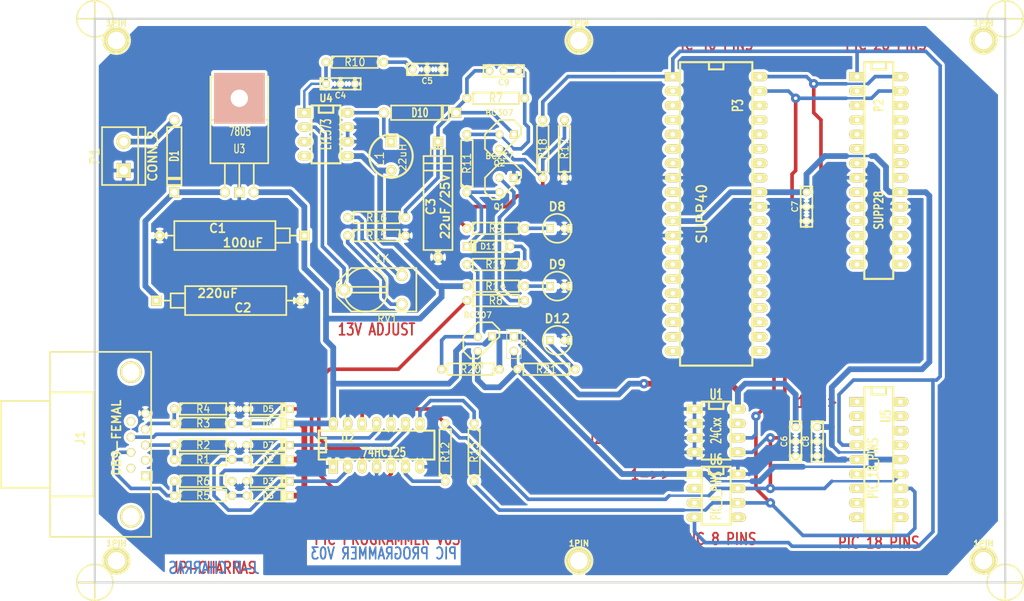
<source format=kicad_pcb>
(kicad_pcb (version 3) (host pcbnew "(2013-01-12 BZR 3902)-testing")
  (title_block (title "SERIAL PIC PROGRAMMER"))
  (layers (15 Composant signal) (0 Cuivre signal))
  (net 0 "")
  (net 1 /pic_programmer/CTS)
  (net 2 /pic_programmer/PC-DATA-OUT)
  (net 3 /pic_programmer/RTS)
  (net 4 /pic_programmer/TXD)
  (net 5 /sockets/CLOCK-RB6)
  (net 6 /sockets/DATA-RB7)
  (net 7 /sockets/VCC_PIC)
  (net 8 /sockets/VPP-MCLR)
  (net 9 GND)
  (net 10 N-000009)
  (net 11 N-000010)
  (net 12 N-000011)
  (net 13 N-000013)
  (net 14 N-000015)
  (net 15 N-000016)
  (net 16 N-000017)
  (net 17 N-000018)
  (net 18 N-000021)
  (net 19 N-000022)
  (net 20 N-000023)
  (net 21 N-000024)
  (net 22 N-000025)
  (net 23 N-000026)
  (net 24 N-000027)
  (net 25 N-000028)
  (net 26 N-000029)
  (net 27 N-000030)
  (net 28 N-000031)
  (net 29 N-000032)
  (net 30 N-000033)
  (net 31 N-000034)
  (net 32 N-000036)
  (net 33 N-000038)
  (net 34 VCC)
  (net 35 VPP)
  (module INDUCTOR_V (layer Composant) (at 125.73 64.77 270)
    (fp_text reference L1)
    (fp_text value 22uH)
    (pad 1 thru_hole rect (at -2.54 0 270) (size 1.905 1.905) (drill 0.812799) (layers *.Cu *.Mask Dessus.SilkS) (net 19 N-000022))
    (pad 2 thru_hole circle (at 2.54 0 270) (size 1.905 1.905) (drill 0.812799) (layers *.Cu *.Mask Dessus.SilkS) (net 34 VCC))
  )
  (module 14DIP-ELL300 (layer Composant) (at 123.19 115.57)
    (fp_text reference U2)
    (fp_text value 74HC125)
    (pad 1 thru_hole rect (at -7.62 3.81) (size 1.5748 2.286) (drill 0.812799) (layers *.Cu *.Mask Dessus.SilkS) (net 9 GND))
    (pad 2 thru_hole oval (at -5.08 3.81) (size 1.5748 2.286) (drill 0.812799) (layers *.Cu *.Mask Dessus.SilkS) (net 29 N-000032))
    (pad 3 thru_hole oval (at -2.54 3.81) (size 1.5748 2.286) (drill 0.812799) (layers *.Cu *.Mask Dessus.SilkS) (net 12 N-000011))
    (pad 4 thru_hole oval (at 0 3.81) (size 1.5748 2.286) (drill 0.812799) (layers *.Cu *.Mask Dessus.SilkS) (net 9 GND))
    (pad 5 thru_hole oval (at 2.54 3.81) (size 1.5748 2.286) (drill 0.812799) (layers *.Cu *.Mask Dessus.SilkS) (net 33 N-000038))
    (pad 6 thru_hole oval (at 5.08 3.81) (size 1.5748 2.286) (drill 0.812799) (layers *.Cu *.Mask Dessus.SilkS) (net 10 N-000009))
    (pad 7 thru_hole oval (at 7.62 3.81) (size 1.5748 2.286) (drill 0.812799) (layers *.Cu *.Mask Dessus.SilkS) (net 9 GND))
    (pad 8 thru_hole oval (at 7.62 -3.81) (size 1.5748 2.286) (drill 0.812799) (layers *.Cu *.Mask Dessus.SilkS) (net 11 N-000010))
    (pad 9 thru_hole oval (at 5.08 -3.81) (size 1.5748 2.286) (drill 0.812799) (layers *.Cu *.Mask Dessus.SilkS) (net 32 N-000036))
    (pad 10 thru_hole oval (at 2.54 -3.81) (size 1.5748 2.286) (drill 0.812799) (layers *.Cu *.Mask Dessus.SilkS) (net 9 GND))
    (pad 11 thru_hole oval (at 0 -3.81) (size 1.5748 2.286) (drill 0.812799) (layers *.Cu *.Mask Dessus.SilkS) (net 1 /pic_programmer/CTS))
    (pad 12 thru_hole oval (at -2.54 -3.81) (size 1.5748 2.286) (drill 0.812799) (layers *.Cu *.Mask Dessus.SilkS) (net 6 /sockets/DATA-RB7))
    (pad 13 thru_hole oval (at -5.08 -3.81) (size 1.5748 2.286) (drill 0.812799) (layers *.Cu *.Mask Dessus.SilkS) (net 9 GND))
    (pad 14 thru_hole oval (at -7.62 -3.81) (size 1.5748 2.286) (drill 0.812799) (layers *.Cu *.Mask Dessus.SilkS) (net 34 VCC))
  )
  (module 18DIP-ELL300 (layer Composant) (at 211.455 118.11 270)
    (fp_text reference U5)
    (fp_text value PIC_18_PINS)
    (pad 1 thru_hole rect (at -10.16 3.81 270) (size 1.5748 2.794) (drill 0.812799) (layers *.Cu *.Mask Dessus.SilkS))
    (pad 2 thru_hole oval (at -7.62 3.81 270) (size 1.5748 2.794) (drill 0.812799) (layers *.Cu *.Mask Dessus.SilkS))
    (pad 3 thru_hole oval (at -5.08 3.81 270) (size 1.5748 2.794) (drill 0.812799) (layers *.Cu *.Mask Dessus.SilkS))
    (pad 4 thru_hole oval (at -2.54 3.81 270) (size 1.5748 2.794) (drill 0.812799) (layers *.Cu *.Mask Dessus.SilkS) (net 8 /sockets/VPP-MCLR))
    (pad 5 thru_hole oval (at 0 3.81 270) (size 1.5748 2.794) (drill 0.812799) (layers *.Cu *.Mask Dessus.SilkS) (net 9 GND))
    (pad 6 thru_hole oval (at 2.54 3.81 270) (size 1.5748 2.794) (drill 0.812799) (layers *.Cu *.Mask Dessus.SilkS))
    (pad 7 thru_hole oval (at 5.08 3.81 270) (size 1.5748 2.794) (drill 0.812799) (layers *.Cu *.Mask Dessus.SilkS))
    (pad 8 thru_hole oval (at 7.62 3.81 270) (size 1.5748 2.794) (drill 0.812799) (layers *.Cu *.Mask Dessus.SilkS))
    (pad 9 thru_hole oval (at 10.16 3.81 270) (size 1.5748 2.794) (drill 0.812799) (layers *.Cu *.Mask Dessus.SilkS))
    (pad 10 thru_hole oval (at 10.16 -3.81 270) (size 1.5748 2.794) (drill 0.812799) (layers *.Cu *.Mask Dessus.SilkS))
    (pad 11 thru_hole oval (at 7.62 -3.81 270) (size 1.5748 2.794) (drill 0.812799) (layers *.Cu *.Mask Dessus.SilkS))
    (pad 12 thru_hole oval (at 5.08 -3.81 270) (size 1.5748 2.794) (drill 0.812799) (layers *.Cu *.Mask Dessus.SilkS) (net 5 /sockets/CLOCK-RB6))
    (pad 13 thru_hole oval (at 2.54 -3.81 270) (size 1.5748 2.794) (drill 0.812799) (layers *.Cu *.Mask Dessus.SilkS) (net 6 /sockets/DATA-RB7))
    (pad 14 thru_hole oval (at 0 -3.81 270) (size 1.5748 2.794) (drill 0.812799) (layers *.Cu *.Mask Dessus.SilkS) (net 7 /sockets/VCC_PIC))
    (pad 15 thru_hole oval (at -2.54 -3.81 270) (size 1.5748 2.794) (drill 0.812799) (layers *.Cu *.Mask Dessus.SilkS))
    (pad 16 thru_hole oval (at -5.08 -3.81 270) (size 1.5748 2.794) (drill 0.812799) (layers *.Cu *.Mask Dessus.SilkS))
    (pad 17 thru_hole oval (at -7.62 -3.81 270) (size 1.5748 2.794) (drill 0.812799) (layers *.Cu *.Mask Dessus.SilkS))
    (pad 18 thru_hole oval (at -10.16 -3.81 270) (size 1.5748 2.794) (drill 0.812799) (layers *.Cu *.Mask Dessus.SilkS))
  )
  (module 8DIP-ELL300 (layer Composant) (at 182.88 113.03 270)
    (fp_text reference U1)
    (fp_text value 24Cxx)
    (pad 1 thru_hole rect (at -3.81 3.81 270) (size 1.5748 2.794) (drill 0.812799) (layers *.Cu *.Mask Dessus.SilkS) (net 9 GND))
    (pad 2 thru_hole oval (at -1.27 3.81 270) (size 1.5748 2.794) (drill 0.812799) (layers *.Cu *.Mask Dessus.SilkS) (net 9 GND))
    (pad 3 thru_hole oval (at 1.27 3.81 270) (size 1.5748 2.794) (drill 0.812799) (layers *.Cu *.Mask Dessus.SilkS) (net 9 GND))
    (pad 4 thru_hole oval (at 3.81 3.81 270) (size 1.5748 2.794) (drill 0.812799) (layers *.Cu *.Mask Dessus.SilkS) (net 9 GND))
    (pad 5 thru_hole oval (at 3.81 -3.81 270) (size 1.5748 2.794) (drill 0.812799) (layers *.Cu *.Mask Dessus.SilkS) (net 6 /sockets/DATA-RB7))
    (pad 6 thru_hole oval (at 1.27 -3.81 270) (size 1.5748 2.794) (drill 0.812799) (layers *.Cu *.Mask Dessus.SilkS) (net 5 /sockets/CLOCK-RB6))
    (pad 7 thru_hole oval (at -1.27 -3.81 270) (size 1.5748 2.794) (drill 0.812799) (layers *.Cu *.Mask Dessus.SilkS))
    (pad 8 thru_hole oval (at -3.81 -3.81 270) (size 1.5748 2.794) (drill 0.812799) (layers *.Cu *.Mask Dessus.SilkS) (net 34 VCC))
  )
  (module 8DIP-ELL300 (layer Composant) (at 114.3 60.96 270)
    (fp_text reference U4)
    (fp_text value LT1373)
    (pad 1 thru_hole rect (at -3.81 3.81 270) (size 1.5748 2.286) (drill 0.812799) (layers *.Cu *.Mask Dessus.SilkS) (net 18 N-000021))
    (pad 2 thru_hole oval (at -1.27 3.81 270) (size 1.5748 2.286) (drill 0.812799) (layers *.Cu *.Mask Dessus.SilkS) (net 22 N-000025))
    (pad 3 thru_hole oval (at 1.27 3.81 270) (size 1.5748 2.286) (drill 0.812799) (layers *.Cu *.Mask Dessus.SilkS))
    (pad 4 thru_hole oval (at 3.81 3.81 270) (size 1.5748 2.286) (drill 0.812799) (layers *.Cu *.Mask Dessus.SilkS))
    (pad 5 thru_hole oval (at 3.81 -3.81 270) (size 1.5748 2.286) (drill 0.812799) (layers *.Cu *.Mask Dessus.SilkS) (net 34 VCC))
    (pad 6 thru_hole oval (at 1.27 -3.81 270) (size 1.5748 2.286) (drill 0.812799) (layers *.Cu *.Mask Dessus.SilkS) (net 9 GND))
    (pad 7 thru_hole oval (at -1.27 -3.81 270) (size 1.5748 2.286) (drill 0.812799) (layers *.Cu *.Mask Dessus.SilkS) (net 9 GND))
    (pad 8 thru_hole oval (at -3.81 -3.81 270) (size 1.5748 2.286) (drill 0.812799) (layers *.Cu *.Mask Dessus.SilkS) (net 19 N-000022))
  )
  (module 8DIP-ELL300 (layer Composant) (at 182.88 124.46 270)
    (fp_text reference U6)
    (fp_text value PIC_8_PINS)
    (pad 1 thru_hole rect (at -3.81 3.81 270) (size 1.5748 2.794) (drill 0.812799) (layers *.Cu *.Mask Dessus.SilkS) (net 7 /sockets/VCC_PIC))
    (pad 2 thru_hole oval (at -1.27 3.81 270) (size 1.5748 2.794) (drill 0.812799) (layers *.Cu *.Mask Dessus.SilkS))
    (pad 3 thru_hole oval (at 1.27 3.81 270) (size 1.5748 2.794) (drill 0.812799) (layers *.Cu *.Mask Dessus.SilkS))
    (pad 4 thru_hole oval (at 3.81 3.81 270) (size 1.5748 2.794) (drill 0.812799) (layers *.Cu *.Mask Dessus.SilkS) (net 8 /sockets/VPP-MCLR))
    (pad 5 thru_hole oval (at 3.81 -3.81 270) (size 1.5748 2.794) (drill 0.812799) (layers *.Cu *.Mask Dessus.SilkS))
    (pad 6 thru_hole oval (at 1.27 -3.81 270) (size 1.5748 2.794) (drill 0.812799) (layers *.Cu *.Mask Dessus.SilkS) (net 5 /sockets/CLOCK-RB6))
    (pad 7 thru_hole oval (at -1.27 -3.81 270) (size 1.5748 2.794) (drill 0.812799) (layers *.Cu *.Mask Dessus.SilkS) (net 6 /sockets/DATA-RB7))
    (pad 8 thru_hole oval (at -3.81 -3.81 270) (size 1.5748 2.794) (drill 0.812799) (layers *.Cu *.Mask Dessus.SilkS) (net 9 GND))
  )
  (module 28DIP-ELL300 (layer Composant) (at 211.455 67.31 270)
    (fp_text reference P2)
    (fp_text value SUPP28)
    (pad 2 thru_hole oval (at -13.97 3.81 270) (size 1.5748 2.794) (drill 0.812799) (layers *.Cu *.Mask Dessus.SilkS))
    (pad 3 thru_hole oval (at -11.43 3.81 270) (size 1.5748 2.794) (drill 0.812799) (layers *.Cu *.Mask Dessus.SilkS))
    (pad 4 thru_hole oval (at -8.89 3.81 270) (size 1.5748 2.794) (drill 0.812799) (layers *.Cu *.Mask Dessus.SilkS))
    (pad 5 thru_hole oval (at -6.35 3.81 270) (size 1.5748 2.794) (drill 0.812799) (layers *.Cu *.Mask Dessus.SilkS))
    (pad 6 thru_hole oval (at -3.81 3.81 270) (size 1.5748 2.794) (drill 0.812799) (layers *.Cu *.Mask Dessus.SilkS))
    (pad 7 thru_hole oval (at -1.27 3.81 270) (size 1.5748 2.794) (drill 0.812799) (layers *.Cu *.Mask Dessus.SilkS))
    (pad 8 thru_hole oval (at 1.27 3.81 270) (size 1.5748 2.794) (drill 0.812799) (layers *.Cu *.Mask Dessus.SilkS) (net 9 GND))
    (pad 9 thru_hole oval (at 3.81 3.81 270) (size 1.5748 2.794) (drill 0.812799) (layers *.Cu *.Mask Dessus.SilkS))
    (pad 10 thru_hole oval (at 6.35 3.81 270) (size 1.5748 2.794) (drill 0.812799) (layers *.Cu *.Mask Dessus.SilkS))
    (pad 11 thru_hole oval (at 8.89 3.81 270) (size 1.5748 2.794) (drill 0.812799) (layers *.Cu *.Mask Dessus.SilkS))
    (pad 12 thru_hole oval (at 11.43 3.81 270) (size 1.5748 2.794) (drill 0.812799) (layers *.Cu *.Mask Dessus.SilkS))
    (pad 13 thru_hole oval (at 13.97 3.81 270) (size 1.5748 2.794) (drill 0.812799) (layers *.Cu *.Mask Dessus.SilkS))
    (pad 14 thru_hole oval (at 16.51 3.81 270) (size 1.5748 2.794) (drill 0.812799) (layers *.Cu *.Mask Dessus.SilkS))
    (pad 1 thru_hole rect (at -16.51 3.81 270) (size 1.5748 2.794) (drill 0.812799) (layers *.Cu *.Mask Dessus.SilkS) (net 8 /sockets/VPP-MCLR))
    (pad 15 thru_hole oval (at 16.51 -3.81 270) (size 1.5748 2.794) (drill 0.812799) (layers *.Cu *.Mask Dessus.SilkS))
    (pad 16 thru_hole oval (at 13.97 -3.81 270) (size 1.5748 2.794) (drill 0.812799) (layers *.Cu *.Mask Dessus.SilkS))
    (pad 17 thru_hole oval (at 11.43 -3.81 270) (size 1.5748 2.794) (drill 0.812799) (layers *.Cu *.Mask Dessus.SilkS))
    (pad 18 thru_hole oval (at 8.89 -3.81 270) (size 1.5748 2.794) (drill 0.812799) (layers *.Cu *.Mask Dessus.SilkS))
    (pad 19 thru_hole oval (at 6.35 -3.81 270) (size 1.5748 2.794) (drill 0.812799) (layers *.Cu *.Mask Dessus.SilkS) (net 9 GND))
    (pad 20 thru_hole oval (at 3.81 -3.81 270) (size 1.5748 2.794) (drill 0.812799) (layers *.Cu *.Mask Dessus.SilkS) (net 7 /sockets/VCC_PIC))
    (pad 21 thru_hole oval (at 1.27 -3.81 270) (size 1.5748 2.794) (drill 0.812799) (layers *.Cu *.Mask Dessus.SilkS))
    (pad 22 thru_hole oval (at -1.27 -3.81 270) (size 1.5748 2.794) (drill 0.812799) (layers *.Cu *.Mask Dessus.SilkS))
    (pad 23 thru_hole oval (at -3.81 -3.81 270) (size 1.5748 2.794) (drill 0.812799) (layers *.Cu *.Mask Dessus.SilkS))
    (pad 24 thru_hole oval (at -6.35 -3.81 270) (size 1.5748 2.794) (drill 0.812799) (layers *.Cu *.Mask Dessus.SilkS))
    (pad 25 thru_hole oval (at -8.89 -3.81 270) (size 1.5748 2.794) (drill 0.812799) (layers *.Cu *.Mask Dessus.SilkS))
    (pad 26 thru_hole oval (at -11.43 -3.81 270) (size 1.5748 2.794) (drill 0.812799) (layers *.Cu *.Mask Dessus.SilkS))
    (pad 27 thru_hole oval (at -13.97 -3.81 270) (size 1.5748 2.794) (drill 0.812799) (layers *.Cu *.Mask Dessus.SilkS) (net 5 /sockets/CLOCK-RB6))
    (pad 28 thru_hole oval (at -16.51 -3.81 270) (size 1.5748 2.794) (drill 0.812799) (layers *.Cu *.Mask Dessus.SilkS) (net 6 /sockets/DATA-RB7))
  )
  (module 40DIP-ELL600 (layer Composant) (at 182.88 74.93 270)
    (fp_text reference P3)
    (fp_text value SUPP40)
    (pad 1 thru_hole rect (at -24.13 7.62 270) (size 1.5748 2.794) (drill 0.812799) (layers *.Cu *.Mask Dessus.SilkS) (net 8 /sockets/VPP-MCLR))
    (pad 2 thru_hole oval (at -21.59 7.62 270) (size 1.5748 2.794) (drill 0.812799) (layers *.Cu *.Mask Dessus.SilkS))
    (pad 3 thru_hole oval (at -19.05 7.62 270) (size 1.5748 2.794) (drill 0.812799) (layers *.Cu *.Mask Dessus.SilkS))
    (pad 4 thru_hole oval (at -16.51 7.62 270) (size 1.5748 2.794) (drill 0.812799) (layers *.Cu *.Mask Dessus.SilkS))
    (pad 5 thru_hole oval (at -13.97 7.62 270) (size 1.5748 2.794) (drill 0.812799) (layers *.Cu *.Mask Dessus.SilkS))
    (pad 6 thru_hole oval (at -11.43 7.62 270) (size 1.5748 2.794) (drill 0.812799) (layers *.Cu *.Mask Dessus.SilkS))
    (pad 7 thru_hole oval (at -8.89 7.62 270) (size 1.5748 2.794) (drill 0.812799) (layers *.Cu *.Mask Dessus.SilkS))
    (pad 8 thru_hole oval (at -6.35 7.62 270) (size 1.5748 2.794) (drill 0.812799) (layers *.Cu *.Mask Dessus.SilkS) (net 9 GND))
    (pad 9 thru_hole oval (at -3.81 7.62 270) (size 1.5748 2.794) (drill 0.812799) (layers *.Cu *.Mask Dessus.SilkS))
    (pad 10 thru_hole oval (at -1.27 7.62 270) (size 1.5748 2.794) (drill 0.812799) (layers *.Cu *.Mask Dessus.SilkS))
    (pad 11 thru_hole oval (at 1.27 7.62 270) (size 1.5748 2.794) (drill 0.812799) (layers *.Cu *.Mask Dessus.SilkS) (net 7 /sockets/VCC_PIC))
    (pad 12 thru_hole oval (at 3.81 7.62 270) (size 1.5748 2.794) (drill 0.812799) (layers *.Cu *.Mask Dessus.SilkS) (net 9 GND))
    (pad 13 thru_hole oval (at 6.35 7.62 270) (size 1.5748 2.794) (drill 0.812799) (layers *.Cu *.Mask Dessus.SilkS))
    (pad 14 thru_hole oval (at 8.89 7.62 270) (size 1.5748 2.794) (drill 0.812799) (layers *.Cu *.Mask Dessus.SilkS))
    (pad 15 thru_hole oval (at 11.43 7.62 270) (size 1.5748 2.794) (drill 0.812799) (layers *.Cu *.Mask Dessus.SilkS))
    (pad 16 thru_hole oval (at 13.97 7.62 270) (size 1.5748 2.794) (drill 0.812799) (layers *.Cu *.Mask Dessus.SilkS))
    (pad 17 thru_hole oval (at 16.51 7.62 270) (size 1.5748 2.794) (drill 0.812799) (layers *.Cu *.Mask Dessus.SilkS))
    (pad 18 thru_hole oval (at 19.05 7.62 270) (size 1.5748 2.794) (drill 0.812799) (layers *.Cu *.Mask Dessus.SilkS))
    (pad 19 thru_hole oval (at 21.59 7.62 270) (size 1.5748 2.794) (drill 0.812799) (layers *.Cu *.Mask Dessus.SilkS))
    (pad 20 thru_hole oval (at 24.13 7.62 270) (size 1.5748 2.794) (drill 0.812799) (layers *.Cu *.Mask Dessus.SilkS))
    (pad 21 thru_hole oval (at 24.13 -7.62 270) (size 1.5748 2.794) (drill 0.812799) (layers *.Cu *.Mask Dessus.SilkS))
    (pad 22 thru_hole oval (at 21.59 -7.62 270) (size 1.5748 2.794) (drill 0.812799) (layers *.Cu *.Mask Dessus.SilkS))
    (pad 23 thru_hole oval (at 19.05 -7.62 270) (size 1.5748 2.794) (drill 0.812799) (layers *.Cu *.Mask Dessus.SilkS))
    (pad 24 thru_hole oval (at 16.51 -7.62 270) (size 1.5748 2.794) (drill 0.812799) (layers *.Cu *.Mask Dessus.SilkS))
    (pad 25 thru_hole oval (at 13.97 -7.62 270) (size 1.5748 2.794) (drill 0.812799) (layers *.Cu *.Mask Dessus.SilkS))
    (pad 26 thru_hole oval (at 11.43 -7.62 270) (size 1.5748 2.794) (drill 0.812799) (layers *.Cu *.Mask Dessus.SilkS))
    (pad 27 thru_hole oval (at 8.89 -7.62 270) (size 1.5748 2.794) (drill 0.812799) (layers *.Cu *.Mask Dessus.SilkS))
    (pad 28 thru_hole oval (at 6.35 -7.62 270) (size 1.5748 2.794) (drill 0.812799) (layers *.Cu *.Mask Dessus.SilkS))
    (pad 29 thru_hole oval (at 3.81 -7.62 270) (size 1.5748 2.794) (drill 0.812799) (layers *.Cu *.Mask Dessus.SilkS))
    (pad 30 thru_hole oval (at 1.27 -7.62 270) (size 1.5748 2.794) (drill 0.812799) (layers *.Cu *.Mask Dessus.SilkS))
    (pad 31 thru_hole oval (at -1.27 -7.62 270) (size 1.5748 2.794) (drill 0.812799) (layers *.Cu *.Mask Dessus.SilkS) (net 9 GND))
    (pad 32 thru_hole oval (at -3.81 -7.62 270) (size 1.5748 2.794) (drill 0.812799) (layers *.Cu *.Mask Dessus.SilkS) (net 7 /sockets/VCC_PIC))
    (pad 33 thru_hole oval (at -6.35 -7.62 270) (size 1.5748 2.794) (drill 0.812799) (layers *.Cu *.Mask Dessus.SilkS))
    (pad 34 thru_hole oval (at -8.89 -7.62 270) (size 1.5748 2.794) (drill 0.812799) (layers *.Cu *.Mask Dessus.SilkS))
    (pad 35 thru_hole oval (at -11.43 -7.62 270) (size 1.5748 2.794) (drill 0.812799) (layers *.Cu *.Mask Dessus.SilkS))
    (pad 36 thru_hole oval (at -13.97 -7.62 270) (size 1.5748 2.794) (drill 0.812799) (layers *.Cu *.Mask Dessus.SilkS))
    (pad 37 thru_hole oval (at -16.51 -7.62 270) (size 1.5748 2.794) (drill 0.812799) (layers *.Cu *.Mask Dessus.SilkS))
    (pad 38 thru_hole oval (at -19.05 -7.62 270) (size 1.5748 2.794) (drill 0.812799) (layers *.Cu *.Mask Dessus.SilkS))
    (pad 39 thru_hole oval (at -21.59 -7.62 270) (size 1.5748 2.794) (drill 0.812799) (layers *.Cu *.Mask Dessus.SilkS) (net 5 /sockets/CLOCK-RB6))
    (pad 40 thru_hole oval (at -24.13 -7.62 270) (size 1.5748 2.794) (drill 0.812799) (layers *.Cu *.Mask Dessus.SilkS) (net 6 /sockets/DATA-RB7))
  )
  (module D5 (layer Composant) (at 130.81 57.15)
    (fp_text reference D10)
    (fp_text value SCHOTTKY hide)
    (pad 1 thru_hole circle (at -6.35 0) (size 1.778 1.778) (drill 1.143) (layers *.Cu *.Mask Dessus.SilkS) (net 19 N-000022))
    (pad 2 thru_hole rect (at 6.35 0) (size 1.778 1.778) (drill 1.143) (layers *.Cu *.Mask Dessus.SilkS) (net 35 VPP))
  )
  (module D5 (layer Composant) (at 87.63 64.77 270)
    (fp_text reference D1)
    (fp_text value 1N4004 hide)
    (pad 1 thru_hole circle (at -6.35 0 270) (size 1.778 1.778) (drill 1.143) (layers *.Cu *.Mask Dessus.SilkS) (net 15 N-000016))
    (pad 2 thru_hole rect (at 6.35 0 270) (size 1.778 1.778) (drill 1.143) (layers *.Cu *.Mask Dessus.SilkS) (net 30 N-000033))
  )
  (module D3 (layer Composant) (at 104.14 115.57)
    (fp_text reference D7)
    (fp_text value BAT43 hide)
    (pad 2 thru_hole rect (at 3.81 0) (size 1.397 1.397) (drill 0.812799) (layers *.Cu *.Mask Dessus.SilkS) (net 32 N-000036))
    (pad 1 thru_hole circle (at -3.81 0) (size 1.397 1.397) (drill 0.812799) (layers *.Cu *.Mask Dessus.SilkS) (net 9 GND))
  )
  (module D3 (layer Composant) (at 104.14 118.11)
    (fp_text reference D2)
    (fp_text value BAT43 hide)
    (pad 2 thru_hole rect (at 3.81 0) (size 1.397 1.397) (drill 0.812799) (layers *.Cu *.Mask Dessus.SilkS) (net 34 VCC))
    (pad 1 thru_hole circle (at -3.81 0) (size 1.397 1.397) (drill 0.812799) (layers *.Cu *.Mask Dessus.SilkS) (net 29 N-000032))
  )
  (module D3 (layer Composant) (at 104.14 121.92)
    (fp_text reference D3)
    (fp_text value BAT43 hide)
    (pad 2 thru_hole rect (at 3.81 0) (size 1.397 1.397) (drill 0.812799) (layers *.Cu *.Mask Dessus.SilkS) (net 29 N-000032))
    (pad 1 thru_hole circle (at -3.81 0) (size 1.397 1.397) (drill 0.812799) (layers *.Cu *.Mask Dessus.SilkS) (net 9 GND))
  )
  (module D3 (layer Composant) (at 104.14 111.76)
    (fp_text reference D4)
    (fp_text value BAT43 hide)
    (pad 2 thru_hole rect (at 3.81 0) (size 1.397 1.397) (drill 0.812799) (layers *.Cu *.Mask Dessus.SilkS) (net 34 VCC))
    (pad 1 thru_hole circle (at -3.81 0) (size 1.397 1.397) (drill 0.812799) (layers *.Cu *.Mask Dessus.SilkS) (net 33 N-000038))
  )
  (module D3 (layer Composant) (at 104.14 109.22)
    (fp_text reference D5)
    (fp_text value BAT43 hide)
    (pad 2 thru_hole rect (at 3.81 0) (size 1.397 1.397) (drill 0.812799) (layers *.Cu *.Mask Dessus.SilkS) (net 33 N-000038))
    (pad 1 thru_hole circle (at -3.81 0) (size 1.397 1.397) (drill 0.812799) (layers *.Cu *.Mask Dessus.SilkS) (net 9 GND))
  )
  (module D3 (layer Composant) (at 104.14 124.46)
    (fp_text reference D6)
    (fp_text value BAT43 hide)
    (pad 2 thru_hole rect (at 3.81 0) (size 1.397 1.397) (drill 0.812799) (layers *.Cu *.Mask Dessus.SilkS) (net 34 VCC))
    (pad 1 thru_hole circle (at -3.81 0) (size 1.397 1.397) (drill 0.812799) (layers *.Cu *.Mask Dessus.SilkS) (net 32 N-000036))
  )
  (module D3 (layer Composant) (at 142.875 80.645 180)
    (fp_text reference D11)
    (fp_text value BAT43 hide)
    (pad 2 thru_hole rect (at 3.81 0 180) (size 1.397 1.397) (drill 0.812799) (layers *.Cu *.Mask Dessus.SilkS) (net 26 N-000029))
    (pad 1 thru_hole circle (at -3.81 0 180) (size 1.397 1.397) (drill 0.812799) (layers *.Cu *.Mask Dessus.SilkS) (net 25 N-000028))
  )
  (module R4 (layer Composant) (at 139.065 66.04 90)
    (fp_text reference R11)
    (fp_text value 22K hide)
    (pad 1 thru_hole circle (at -5.08 0 90) (size 1.524 1.524) (drill 0.812799) (layers *.Cu *.Mask Dessus.SilkS) (net 26 N-000029))
    (pad 2 thru_hole circle (at 5.08 0 90) (size 1.524 1.524) (drill 0.812799) (layers *.Cu *.Mask Dessus.SilkS) (net 31 N-000034))
  )
  (module R4 (layer Composant) (at 119.38 48.26)
    (fp_text reference R10)
    (fp_text value 5,1K hide)
    (pad 1 thru_hole circle (at -5.08 0) (size 1.524 1.524) (drill 0.812799) (layers *.Cu *.Mask Dessus.SilkS) (net 18 N-000021))
    (pad 2 thru_hole circle (at 5.08 0) (size 1.524 1.524) (drill 0.812799) (layers *.Cu *.Mask Dessus.SilkS) (net 17 N-000018))
  )
  (module R4 (layer Composant) (at 140.335 116.84 270)
    (fp_text reference R13)
    (fp_text value 470 hide)
    (pad 1 thru_hole circle (at -5.08 0 270) (size 1.524 1.524) (drill 0.812799) (layers *.Cu *.Mask Dessus.SilkS) (net 11 N-000010))
    (pad 2 thru_hole circle (at 5.08 0 270) (size 1.524 1.524) (drill 0.812799) (layers *.Cu *.Mask Dessus.SilkS) (net 5 /sockets/CLOCK-RB6))
  )
  (module R4 (layer Composant) (at 144.145 87.63)
    (fp_text reference R14)
    (fp_text value 470 hide)
    (pad 1 thru_hole circle (at -5.08 0) (size 1.524 1.524) (drill 0.812799) (layers *.Cu *.Mask Dessus.SilkS) (net 34 VCC))
    (pad 2 thru_hole circle (at 5.08 0) (size 1.524 1.524) (drill 0.812799) (layers *.Cu *.Mask Dessus.SilkS) (net 16 N-000017))
  )
  (module R4 (layer Composant) (at 123.19 78.74)
    (fp_text reference R15)
    (fp_text value 6.2K hide)
    (pad 1 thru_hole circle (at -5.08 0) (size 1.524 1.524) (drill 0.812799) (layers *.Cu *.Mask Dessus.SilkS) (net 20 N-000023))
    (pad 2 thru_hole circle (at 5.08 0) (size 1.524 1.524) (drill 0.812799) (layers *.Cu *.Mask Dessus.SilkS) (net 9 GND))
  )
  (module R4 (layer Composant) (at 92.71 115.57)
    (fp_text reference R2)
    (fp_text value 10K hide)
    (pad 1 thru_hole circle (at -5.08 0) (size 1.524 1.524) (drill 0.812799) (layers *.Cu *.Mask Dessus.SilkS) (net 4 /pic_programmer/TXD))
    (pad 2 thru_hole circle (at 5.08 0) (size 1.524 1.524) (drill 0.812799) (layers *.Cu *.Mask Dessus.SilkS) (net 9 GND))
  )
  (module R4 (layer Composant) (at 92.71 111.76)
    (fp_text reference R3)
    (fp_text value 10K hide)
    (pad 1 thru_hole circle (at -5.08 0) (size 1.524 1.524) (drill 0.812799) (layers *.Cu *.Mask Dessus.SilkS) (net 2 /pic_programmer/PC-DATA-OUT))
    (pad 2 thru_hole circle (at 5.08 0) (size 1.524 1.524) (drill 0.812799) (layers *.Cu *.Mask Dessus.SilkS) (net 33 N-000038))
  )
  (module R4 (layer Composant) (at 92.71 109.22)
    (fp_text reference R4)
    (fp_text value 10K hide)
    (pad 1 thru_hole circle (at -5.08 0) (size 1.524 1.524) (drill 0.812799) (layers *.Cu *.Mask Dessus.SilkS) (net 2 /pic_programmer/PC-DATA-OUT))
    (pad 2 thru_hole circle (at 5.08 0) (size 1.524 1.524) (drill 0.812799) (layers *.Cu *.Mask Dessus.SilkS) (net 9 GND))
  )
  (module R4 (layer Composant) (at 92.71 124.46)
    (fp_text reference R5)
    (fp_text value 10K hide)
    (pad 1 thru_hole circle (at -5.08 0) (size 1.524 1.524) (drill 0.812799) (layers *.Cu *.Mask Dessus.SilkS) (net 3 /pic_programmer/RTS))
    (pad 2 thru_hole circle (at 5.08 0) (size 1.524 1.524) (drill 0.812799) (layers *.Cu *.Mask Dessus.SilkS) (net 32 N-000036))
  )
  (module R4 (layer Composant) (at 92.71 121.92)
    (fp_text reference R6)
    (fp_text value 10K hide)
    (pad 1 thru_hole circle (at -5.08 0) (size 1.524 1.524) (drill 0.812799) (layers *.Cu *.Mask Dessus.SilkS) (net 3 /pic_programmer/RTS))
    (pad 2 thru_hole circle (at 5.08 0) (size 1.524 1.524) (drill 0.812799) (layers *.Cu *.Mask Dessus.SilkS) (net 9 GND))
  )
  (module R4 (layer Composant) (at 144.145 54.61)
    (fp_text reference R7)
    (fp_text value 10K hide)
    (pad 1 thru_hole circle (at -5.08 0) (size 1.524 1.524) (drill 0.812799) (layers *.Cu *.Mask Dessus.SilkS) (net 35 VPP))
    (pad 2 thru_hole circle (at 5.08 0) (size 1.524 1.524) (drill 0.812799) (layers *.Cu *.Mask Dessus.SilkS) (net 31 N-000034))
  )
  (module R4 (layer Composant) (at 144.145 90.17)
    (fp_text reference R8)
    (fp_text value 1K hide)
    (pad 1 thru_hole circle (at -5.08 0) (size 1.524 1.524) (drill 0.812799) (layers *.Cu *.Mask Dessus.SilkS) (net 12 N-000011))
    (pad 2 thru_hole circle (at 5.08 0) (size 1.524 1.524) (drill 0.812799) (layers *.Cu *.Mask Dessus.SilkS) (net 13 N-000013))
  )
  (module R4 (layer Composant) (at 123.19 75.565)
    (fp_text reference R16)
    (fp_text value 62K hide)
    (pad 1 thru_hole circle (at -5.08 0) (size 1.524 1.524) (drill 0.812799) (layers *.Cu *.Mask Dessus.SilkS) (net 21 N-000024))
    (pad 2 thru_hole circle (at 5.08 0) (size 1.524 1.524) (drill 0.812799) (layers *.Cu *.Mask Dessus.SilkS) (net 35 VPP))
  )
  (module R4 (layer Composant) (at 156.21 63.5 270)
    (fp_text reference R17)
    (fp_text value 22K hide)
    (pad 1 thru_hole circle (at -5.08 0 270) (size 1.524 1.524) (drill 0.812799) (layers *.Cu *.Mask Dessus.SilkS) (net 28 N-000031))
    (pad 2 thru_hole circle (at 5.08 0 270) (size 1.524 1.524) (drill 0.812799) (layers *.Cu *.Mask Dessus.SilkS) (net 9 GND))
  )
  (module R4 (layer Composant) (at 135.255 116.84 90)
    (fp_text reference R12)
    (fp_text value 470 hide)
    (pad 1 thru_hole circle (at -5.08 0 90) (size 1.524 1.524) (drill 0.812799) (layers *.Cu *.Mask Dessus.SilkS) (net 10 N-000009))
    (pad 2 thru_hole circle (at 5.08 0 90) (size 1.524 1.524) (drill 0.812799) (layers *.Cu *.Mask Dessus.SilkS) (net 6 /sockets/DATA-RB7))
  )
  (module R4 (layer Composant) (at 144.145 77.47)
    (fp_text reference R9)
    (fp_text value 2.2K hide)
    (pad 1 thru_hole circle (at -5.08 0) (size 1.524 1.524) (drill 0.812799) (layers *.Cu *.Mask Dessus.SilkS) (net 28 N-000031))
    (pad 2 thru_hole circle (at 5.08 0) (size 1.524 1.524) (drill 0.812799) (layers *.Cu *.Mask Dessus.SilkS) (net 14 N-000015))
  )
  (module R4 (layer Composant) (at 92.71 118.11)
    (fp_text reference R1)
    (fp_text value 10K hide)
    (pad 1 thru_hole circle (at -5.08 0) (size 1.524 1.524) (drill 0.812799) (layers *.Cu *.Mask Dessus.SilkS) (net 4 /pic_programmer/TXD))
    (pad 2 thru_hole circle (at 5.08 0) (size 1.524 1.524) (drill 0.812799) (layers *.Cu *.Mask Dessus.SilkS) (net 29 N-000032))
  )
  (module R4 (layer Composant) (at 152.4 63.5 90)
    (fp_text reference R18)
    (fp_text value 220 hide)
    (pad 1 thru_hole circle (at -5.08 0 90) (size 1.524 1.524) (drill 0.812799) (layers *.Cu *.Mask Dessus.SilkS) (net 28 N-000031))
    (pad 2 thru_hole circle (at 5.08 0 90) (size 1.524 1.524) (drill 0.812799) (layers *.Cu *.Mask Dessus.SilkS) (net 27 N-000030))
  )
  (module R4 (layer Composant) (at 144.145 83.82 180)
    (fp_text reference R19)
    (fp_text value 2.2K hide)
    (pad 1 thru_hole circle (at -5.08 0 180) (size 1.524 1.524) (drill 0.812799) (layers *.Cu *.Mask Dessus.SilkS) (net 25 N-000028))
    (pad 2 thru_hole circle (at 5.08 0 180) (size 1.524 1.524) (drill 0.812799) (layers *.Cu *.Mask Dessus.SilkS) (net 23 N-000026))
  )
  (module R4 (layer Composant) (at 139.7 102.235 180)
    (fp_text reference R20)
    (fp_text value 2.2K hide)
    (pad 1 thru_hole circle (at -5.08 0 180) (size 1.524 1.524) (drill 0.812799) (layers *.Cu *.Mask Dessus.SilkS) (net 34 VCC))
    (pad 2 thru_hole circle (at 5.08 0 180) (size 1.524 1.524) (drill 0.812799) (layers *.Cu *.Mask Dessus.SilkS) (net 23 N-000026))
  )
  (module R4 (layer Composant) (at 153.035 102.235 180)
    (fp_text reference R21)
    (fp_text value 470 hide)
    (pad 1 thru_hole circle (at -5.08 0 180) (size 1.524 1.524) (drill 0.812799) (layers *.Cu *.Mask Dessus.SilkS) (net 24 N-000027))
    (pad 2 thru_hole circle (at 5.08 0 180) (size 1.524 1.524) (drill 0.812799) (layers *.Cu *.Mask Dessus.SilkS) (net 7 /sockets/VCC_PIC))
  )
  (module C1-1 (layer Composant) (at 145.542 49.784)
    (fp_text reference C9)
    (fp_text value 22OnF hide)
    (pad 1 thru_hole circle (at -2.54 0) (size 1.397 1.397) (drill 0.812799) (layers *.Cu *.Mask Dessus.SilkS) (net 35 VPP))
    (pad 2 thru_hole circle (at 2.54 0) (size 1.397 1.397) (drill 0.812799) (layers *.Cu *.Mask Dessus.SilkS) (net 31 N-000034))
    (pad 2 thru_hole circle (at 0 0) (size 1.397 1.397) (drill 0.812799) (layers *.Cu *.Mask Dessus.SilkS) (net 31 N-000034))
  )
  (module TO92 (layer Composant) (at 146.05 62.23)
    (fp_text reference Q2)
    (fp_text value BC307)
    (pad 1 thru_hole rect (at 1.27 -1.27) (size 1.397 1.397) (drill 0.812799) (layers *.Cu *.Mask Dessus.SilkS) (net 35 VPP))
    (pad 2 thru_hole circle (at -1.27 -1.27) (size 1.397 1.397) (drill 0.812799) (layers *.Cu *.Mask Dessus.SilkS) (net 31 N-000034))
    (pad 3 thru_hole circle (at -1.27 1.27) (size 1.397 1.397) (drill 0.812799) (layers *.Cu *.Mask Dessus.SilkS) (net 28 N-000031))
  )
  (module TO92 (layer Composant) (at 146.05 69.85)
    (fp_text reference Q1)
    (fp_text value BC237)
    (pad 1 thru_hole rect (at 1.27 -1.27) (size 1.397 1.397) (drill 0.812799) (layers *.Cu *.Mask Dessus.SilkS) (net 9 GND))
    (pad 2 thru_hole circle (at -1.27 -1.27) (size 1.397 1.397) (drill 0.812799) (layers *.Cu *.Mask Dessus.SilkS) (net 13 N-000013))
    (pad 3 thru_hole circle (at -1.27 1.27) (size 1.397 1.397) (drill 0.812799) (layers *.Cu *.Mask Dessus.SilkS) (net 26 N-000029))
  )
  (module C1-1 (layer Composant) (at 200.66 114.935 270)
    (fp_text reference C8)
    (fp_text value 100nF hide)
    (pad 1 thru_hole circle (at -2.54 0 270) (size 1.397 1.397) (drill 0.812799) (layers *.Cu *.Mask Dessus.SilkS) (net 7 /sockets/VCC_PIC))
    (pad 2 thru_hole circle (at 2.54 0 270) (size 1.397 1.397) (drill 0.812799) (layers *.Cu *.Mask Dessus.SilkS) (net 9 GND))
    (pad 2 thru_hole circle (at 0 0 270) (size 1.397 1.397) (drill 0.812799) (layers *.Cu *.Mask Dessus.SilkS) (net 9 GND))
  )
  (module LEDV (layer Composant) (at 154.94 97.155)
    (fp_text reference D12)
    (fp_text value YELLOW-LED hide)
    (pad 1 thru_hole rect (at -1.27 0) (size 1.397 1.397) (drill 0.812799) (layers *.Cu *.Mask Dessus.SilkS) (net 24 N-000027))
    (pad 2 thru_hole circle (at 1.27 0) (size 1.397 1.397) (drill 0.812799) (layers *.Cu *.Mask Dessus.SilkS) (net 9 GND))
  )
  (module TO92 (layer Composant) (at 142.24 97.79)
    (fp_text reference Q3)
    (fp_text value BC307)
    (pad 1 thru_hole rect (at 1.27 -1.27) (size 1.397 1.397) (drill 0.812799) (layers *.Cu *.Mask Dessus.SilkS) (net 34 VCC))
    (pad 2 thru_hole circle (at -1.27 -1.27) (size 1.397 1.397) (drill 0.812799) (layers *.Cu *.Mask Dessus.SilkS) (net 23 N-000026))
    (pad 3 thru_hole circle (at -1.27 1.27) (size 1.397 1.397) (drill 0.812799) (layers *.Cu *.Mask Dessus.SilkS) (net 7 /sockets/VCC_PIC))
  )
  (module PIN_ARRAY_2X1 (layer Composant) (at 147.32 97.79 270)
    (fp_text reference JP1)
    (fp_text value JUMPER hide)
    (pad 1 thru_hole rect (at -1.27 0 270) (size 1.524 1.524) (drill 1.016) (layers *.Cu *.Mask Dessus.SilkS) (net 34 VCC))
    (pad 2 thru_hole circle (at 1.27 0 270) (size 1.524 1.524) (drill 1.016) (layers *.Cu *.Mask Dessus.SilkS) (net 7 /sockets/VCC_PIC))
  )
  (module RV2X4 (layer Composant) (at 122.555 88.265 180)
    (fp_text reference RV1)
    (fp_text value 1K)
    (pad 1 thru_hole circle (at -5.08 -2.54 180) (size 2.032 2.032) (drill 1.27) (layers *.Cu *.Mask Dessus.SilkS) (net 20 N-000023))
    (pad 2 thru_hole circle (at 5.08 0 180) (size 2.032 2.032) (drill 1.27) (layers *.Cu *.Mask Dessus.SilkS) (net 22 N-000025))
    (pad 3 thru_hole circle (at -5.08 2.54 180) (size 2.032 2.032) (drill 1.27) (layers *.Cu *.Mask Dessus.SilkS) (net 21 N-000024))
  )
  (module CP10 (layer Composant) (at 97.155 90.17)
    (fp_text reference C2)
    (fp_text value 220uF)
    (pad 2 thru_hole circle (at 12.7 0) (size 1.778 1.778) (drill 0.812799) (layers *.Cu *.Mask Dessus.SilkS) (net 9 GND))
    (pad 1 thru_hole rect (at -12.7 0) (size 1.778 1.778) (drill 0.812799) (layers *.Cu *.Mask Dessus.SilkS) (net 30 N-000033))
  )
  (module CP10 (layer Composant) (at 97.79 78.74 180)
    (fp_text reference C1)
    (fp_text value 100uF)
    (pad 2 thru_hole circle (at 12.7 0 180) (size 1.778 1.778) (drill 0.812799) (layers *.Cu *.Mask Dessus.SilkS) (net 9 GND))
    (pad 1 thru_hole rect (at -12.7 0 180) (size 1.778 1.778) (drill 0.812799) (layers *.Cu *.Mask Dessus.SilkS) (net 34 VCC))
  )
  (module CP8 (layer Composant) (at 133.985 72.39 270)
    (fp_text reference C3)
    (fp_text value 22uF/25V)
    (pad 1 thru_hole rect (at -10.16 0 270) (size 1.778 1.778) (drill 0.812799) (layers *.Cu *.Mask Dessus.SilkS) (net 35 VPP))
    (pad 2 thru_hole circle (at 10.16 0 270) (size 1.778 1.778) (drill 0.812799) (layers *.Cu *.Mask Dessus.SilkS) (net 9 GND))
  )
  (module MIRE (layer Composant) (at 233.68 139.7)
    (fp_text reference MIRE hide)
    (fp_text value * hide)
    (pad "" thru_hole rect (at -1.524 0) (size 2.794 0.254) (layers *.Cu *.Mask Dessus.SilkS))
    (pad "" thru_hole rect (at 0 -1.524) (size 0.254 2.794) (layers *.Cu *.Mask Dessus.SilkS))
    (pad "" thru_hole circle (at 0 0) (size 0.254 0.254) (drill 0.050799) (layers *.Cu *.Mask))
    (pad "" thru_hole rect (at 0 1.524) (size 0.254 2.794) (layers *.Cu *.Mask Dessus.SilkS))
    (pad "" thru_hole rect (at 1.524 0) (size 2.794 0.254) (layers *.Cu *.Mask Dessus.SilkS))
  )
  (module MIRE (layer Composant) (at 73.66 139.7)
    (fp_text reference MIRE hide)
    (fp_text value * hide)
    (pad "" thru_hole rect (at -1.524 0) (size 2.794 0.254) (layers *.Cu *.Mask Dessus.SilkS))
    (pad "" thru_hole rect (at 0 -1.524) (size 0.254 2.794) (layers *.Cu *.Mask Dessus.SilkS))
    (pad "" thru_hole circle (at 0 0) (size 0.254 0.254) (drill 0.050799) (layers *.Cu *.Mask))
    (pad "" thru_hole rect (at 0 1.524) (size 0.254 2.794) (layers *.Cu *.Mask Dessus.SilkS))
    (pad "" thru_hole rect (at 1.524 0) (size 2.794 0.254) (layers *.Cu *.Mask Dessus.SilkS))
  )
  (module MIRE (layer Composant) (at 73.66 40.64)
    (fp_text reference MIRE hide)
    (fp_text value * hide)
    (pad "" thru_hole rect (at -1.524 0) (size 2.794 0.254) (layers *.Cu *.Mask Dessus.SilkS))
    (pad "" thru_hole rect (at 0 -1.524) (size 0.254 2.794) (layers *.Cu *.Mask Dessus.SilkS))
    (pad "" thru_hole circle (at 0 0) (size 0.254 0.254) (drill 0.050799) (layers *.Cu *.Mask))
    (pad "" thru_hole rect (at 0 1.524) (size 0.254 2.794) (layers *.Cu *.Mask Dessus.SilkS))
    (pad "" thru_hole rect (at 1.524 0) (size 2.794 0.254) (layers *.Cu *.Mask Dessus.SilkS))
  )
  (module MIRE (layer Composant) (at 233.68 40.64)
    (fp_text reference MIRE hide)
    (fp_text value * hide)
    (pad "" thru_hole rect (at -1.524 0) (size 2.794 0.254) (layers *.Cu *.Mask Dessus.SilkS))
    (pad "" thru_hole rect (at 0 -1.524) (size 0.254 2.794) (layers *.Cu *.Mask Dessus.SilkS))
    (pad "" thru_hole circle (at 0 0) (size 0.254 0.254) (drill 0.050799) (layers *.Cu *.Mask))
    (pad "" thru_hole rect (at 0 1.524) (size 0.254 2.794) (layers *.Cu *.Mask Dessus.SilkS))
    (pad "" thru_hole rect (at 1.524 0) (size 2.794 0.254) (layers *.Cu *.Mask Dessus.SilkS))
  )
  (module C1-1 (layer Composant) (at 198.755 73.66 270)
    (fp_text reference C7)
    (fp_text value 100nF hide)
    (pad 1 thru_hole circle (at -2.54 0 270) (size 1.397 1.397) (drill 0.812799) (layers *.Cu *.Mask Dessus.SilkS) (net 7 /sockets/VCC_PIC))
    (pad 2 thru_hole circle (at 2.54 0 270) (size 1.397 1.397) (drill 0.812799) (layers *.Cu *.Mask Dessus.SilkS) (net 9 GND))
    (pad 2 thru_hole circle (at 0 0 270) (size 1.397 1.397) (drill 0.812799) (layers *.Cu *.Mask Dessus.SilkS) (net 9 GND))
  )
  (module C1-1 (layer Composant) (at 196.85 114.935 270)
    (fp_text reference C6)
    (fp_text value 100nF hide)
    (pad 1 thru_hole circle (at -2.54 0 270) (size 1.397 1.397) (drill 0.812799) (layers *.Cu *.Mask Dessus.SilkS) (net 34 VCC))
    (pad 2 thru_hole circle (at 2.54 0 270) (size 1.397 1.397) (drill 0.812799) (layers *.Cu *.Mask Dessus.SilkS) (net 9 GND))
    (pad 2 thru_hole circle (at 0 0 270) (size 1.397 1.397) (drill 0.812799) (layers *.Cu *.Mask Dessus.SilkS) (net 9 GND))
  )
  (module 1pin (layer Composant) (at 158.75 44.45)
    (fp_text reference 1PIN)
    (fp_text value P*** hide)
    (pad 1 thru_hole circle (at 0 0) (size 4.064 4.064) (drill 3.048) (layers *.Cu *.Mask Dessus.SilkS))
  )
  (module 1pin (layer Composant) (at 158.75 135.89)
    (fp_text reference 1PIN)
    (fp_text value P*** hide)
    (pad 1 thru_hole circle (at 0 0) (size 4.064 4.064) (drill 3.048) (layers *.Cu *.Mask Dessus.SilkS))
  )
  (module 1pin (layer Composant) (at 77.47 135.89)
    (fp_text reference 1PIN)
    (fp_text value P*** hide)
    (pad 1 thru_hole circle (at 0 0) (size 4.064 4.064) (drill 3.048) (layers *.Cu *.Mask Dessus.SilkS))
  )
  (module 1pin (layer Composant) (at 77.47 44.45)
    (fp_text reference 1PIN)
    (fp_text value P*** hide)
    (pad 1 thru_hole circle (at 0 0) (size 4.064 4.064) (drill 3.048) (layers *.Cu *.Mask Dessus.SilkS))
  )
  (module 1pin (layer Composant) (at 229.87 135.89)
    (fp_text reference 1PIN)
    (fp_text value P*** hide)
    (pad 1 thru_hole circle (at 0 0) (size 4.064 4.064) (drill 3.048) (layers *.Cu *.Mask Dessus.SilkS))
  )
  (module 1pin (layer Composant) (at 229.87 44.45)
    (fp_text reference 1PIN)
    (fp_text value P*** hide)
    (pad 1 thru_hole circle (at 0 0) (size 4.064 4.064) (drill 3.048) (layers *.Cu *.Mask Dessus.SilkS))
  )
  (module LM78XX (layer Composant) (at 99.06 71.12 90)
    (fp_text reference U3)
    (fp_text value 7805)
    (pad 4 thru_hole rect (at 16.51 0 90) (size 8.89 8.89) (drill 3.048) (layers *.Cu *.SilkS *.Mask))
    (pad VI thru_hole circle (at 0 -2.54 90) (size 1.778 1.778) (drill 1.143) (layers *.Cu *.Mask Dessus.SilkS) (net 30 N-000033))
    (pad GND thru_hole rect (at 0 0 90) (size 1.778 1.778) (drill 1.143) (layers *.Cu *.Mask Dessus.SilkS) (net 9 GND))
    (pad VO thru_hole circle (at 0 2.54 90) (size 1.778 1.778) (drill 1.143) (layers *.Cu *.Mask Dessus.SilkS) (net 34 VCC))
  )
  (module LEDV (layer Composant) (at 154.94 77.47)
    (fp_text reference D8)
    (fp_text value RED-LED hide)
    (pad 1 thru_hole rect (at -1.27 0) (size 1.397 1.397) (drill 0.812799) (layers *.Cu *.Mask Dessus.SilkS) (net 14 N-000015))
    (pad 2 thru_hole circle (at 1.27 0) (size 1.397 1.397) (drill 0.812799) (layers *.Cu *.Mask Dessus.SilkS) (net 9 GND))
  )
  (module LEDV (layer Composant) (at 154.94 87.63)
    (fp_text reference D9)
    (fp_text value GREEN-LED hide)
    (pad 1 thru_hole rect (at -1.27 0) (size 1.397 1.397) (drill 0.812799) (layers *.Cu *.Mask Dessus.SilkS) (net 16 N-000017))
    (pad 2 thru_hole circle (at 1.27 0) (size 1.397 1.397) (drill 0.812799) (layers *.Cu *.Mask Dessus.SilkS) (net 9 GND))
  )
  (module DB9FC (layer Composant) (at 81.28 115.57 90)
    (fp_text reference J1)
    (fp_text value DB9-FEMAL)
    (pad "" thru_hole circle (at 12.827 -1.27 90) (size 3.81 3.81) (drill 3.048) (layers *.Cu *.Mask Dessus.SilkS))
    (pad "" thru_hole circle (at -12.573 -1.27 90) (size 3.81 3.81) (drill 3.048) (layers *.Cu *.Mask Dessus.SilkS))
    (pad 1 thru_hole rect (at -5.461 1.27 90) (size 1.524 1.524) (drill 1.016) (layers *.Cu *.Mask Dessus.SilkS))
    (pad 2 thru_hole circle (at -2.667 1.27 90) (size 1.524 1.524) (drill 1.016) (layers *.Cu *.Mask Dessus.SilkS))
    (pad 3 thru_hole circle (at 0 1.27 90) (size 1.524 1.524) (drill 1.016) (layers *.Cu *.Mask Dessus.SilkS) (net 4 /pic_programmer/TXD))
    (pad 4 thru_hole circle (at 2.794 1.27 90) (size 1.524 1.524) (drill 1.016) (layers *.Cu *.Mask Dessus.SilkS) (net 2 /pic_programmer/PC-DATA-OUT))
    (pad 5 thru_hole circle (at 5.588 1.27 90) (size 1.524 1.524) (drill 1.016) (layers *.Cu *.Mask Dessus.SilkS) (net 9 GND))
    (pad 6 thru_hole circle (at -4.064 -1.27 90) (size 1.524 1.524) (drill 1.016) (layers *.Cu *.Mask Dessus.SilkS))
    (pad 7 thru_hole circle (at -1.27 -1.27 90) (size 1.524 1.524) (drill 1.016) (layers *.Cu *.Mask Dessus.SilkS) (net 3 /pic_programmer/RTS))
    (pad 8 thru_hole circle (at 1.397 -1.27 90) (size 1.524 1.524) (drill 1.016) (layers *.Cu *.Mask Dessus.SilkS) (net 1 /pic_programmer/CTS))
    (pad 9 thru_hole circle (at 4.191 -1.27 90) (size 1.524 1.524) (drill 1.016) (layers *.Cu *.Mask Dessus.SilkS))
  )
  (module C1-1 (layer Composant) (at 132.08 49.53)
    (fp_text reference C5)
    (fp_text value 10nF hide)
    (pad 1 thru_hole circle (at -2.54 0) (size 1.397 1.397) (drill 0.812799) (layers *.Cu *.Mask Dessus.SilkS) (net 17 N-000018))
    (pad 2 thru_hole circle (at 2.54 0) (size 1.397 1.397) (drill 0.812799) (layers *.Cu *.Mask Dessus.SilkS) (net 9 GND))
    (pad 2 thru_hole circle (at 0 0) (size 1.397 1.397) (drill 0.812799) (layers *.Cu *.Mask Dessus.SilkS) (net 9 GND))
  )
  (module C1-1 (layer Composant) (at 116.84 52.07)
    (fp_text reference C4)
    (fp_text value 0 hide)
    (pad 1 thru_hole circle (at -2.54 0) (size 1.397 1.397) (drill 0.812799) (layers *.Cu *.Mask Dessus.SilkS) (net 18 N-000021))
    (pad 2 thru_hole circle (at 2.54 0) (size 1.397 1.397) (drill 0.812799) (layers *.Cu *.Mask Dessus.SilkS) (net 9 GND))
    (pad 2 thru_hole circle (at 0 0) (size 1.397 1.397) (drill 0.812799) (layers *.Cu *.Mask Dessus.SilkS) (net 9 GND))
  )
  (module bornier2 (layer Composant) (at 78.74 64.77 90)
    (fp_text reference P1)
    (fp_text value CONN_2)
    (pad 1 thru_hole rect (at -2.54 0 90) (size 2.54 2.54) (drill 1.524) (layers *.Cu *.Mask Dessus.SilkS) (net 9 GND))
    (pad 2 thru_hole circle (at 2.54 0 90) (size 2.54 2.54) (drill 1.524) (layers *.Cu *.Mask Dessus.SilkS) (net 15 N-000016))
  )
  (gr_text "VCC ON" (at 163.83 98.425) (layer Composant) (effects (font (size 2.032 1.524) (thickness 0.3048))))
  (gr_text 1=>> (at 200.66 107.95) (layer Composant) (effects (font (size 2.032 1.524) (thickness 0.3048))))
  (gr_text 1=>> (at 171.45 120.65) (layer Composant) (effects (font (size 2.032 1.524) (thickness 0.3048))))
  (gr_text 1=>> (at 171.45 109.22) (layer Composant) (effects (font (size 2.032 1.524) (thickness 0.3048))))
  (gr_text 1=>> (at 201.295 48.895) (layer Composant) (effects (font (size 2.032 1.524) (thickness 0.3048))))
  (gr_text 1=>> (at 167.64 48.895) (layer Composant) (effects (font (size 2.032 1.524) (thickness 0.3048))))
  (gr_text JP-CHARRAS (at 94.615 137.16) (layer Composant) (effects (font (size 2.032 1.524) (thickness 0.3048))))
  (gr_text "J-P CHARRAS" (at 94.615 137.16) (layer Cuivre) (effects (font (size 2.032 1.524) (thickness 0.3048)) (justify mirror)))
  (gr_text "13V ADJUST" (at 123.19 95.25) (layer Composant) (effects (font (size 2.032 1.524) (thickness 0.3048))))
  (gr_text "PIC 40 PINS" (at 182.245 45.085) (layer Composant) (effects (font (size 2.032 1.524) (thickness 0.3048))))
  (gr_text "PIC 28 PINS" (at 212.725 45.085) (layer Composant) (effects (font (size 2.032 1.524) (thickness 0.3048))))
  (gr_text "PIC 18 PINS" (at 211.455 132.715) (layer Composant) (effects (font (size 2.032 1.524) (thickness 0.3048))))
  (gr_text "I2C PROM" (at 166.37 114.3) (layer Composant) (effects (font (size 2.032 1.524) (thickness 0.3048))))
  (gr_text "PIC 8 PINS" (at 183.515 132.08) (layer Composant) (effects (font (size 2.032 1.524) (thickness 0.3048))))
  (gr_text "PWR ON" (at 163.83 88.9) (layer Composant) (effects (font (size 2.032 1.524) (thickness 0.3048))))
  (gr_text "VPP ON" (at 163.195 80.645) (layer Composant) (effects (font (size 2.032 1.524) (thickness 0.3048))))
  (gr_text +8/12V (at 80.01 57.15) (layer Composant) (effects (font (size 2.032 1.524) (thickness 0.3048))))
  (gr_text "PIC PROGRAMMER V03" (at 125.095 132.08) (layer Composant) (effects (font (size 2.032 1.524) (thickness 0.3048))))
  (gr_text "PIC PROGRAMMER V03" (at 124.46 134.62) (layer Cuivre) (effects (font (size 2.032 1.524) (thickness 0.3048)) (justify mirror)))
  (segment (start 112.395 113.665) (end 113.03 114.3) (width 0.635) (layer Cuivre) (net 1))
  (segment (start 80.01 114.173) (end 83.947 114.173) (width 0.635) (layer Cuivre) (net 1))
  (segment (start 123.19 113.03) (end 123.19 111.76) (width 0.635) (layer Cuivre) (net 1))
  (segment (start 121.92 114.3) (end 123.19 113.03) (width 0.635) (layer Cuivre) (net 1))
  (segment (start 113.03 114.3) (end 121.92 114.3) (width 0.635) (layer Cuivre) (net 1))
  (segment (start 83.947 114.173) (end 84.455 113.665) (width 0.635) (layer Cuivre) (net 1))
  (segment (start 84.455 113.665) (end 112.395 113.665) (width 0.635) (layer Cuivre) (net 1))
  (segment (start 83.185 111.76) (end 87.63 111.76) (width 0.635) (layer Cuivre) (net 2))
  (segment (start 82.55 112.395) (end 83.185 111.76) (width 0.635) (layer Cuivre) (net 2))
  (segment (start 82.55 112.776) (end 82.55 112.395) (width 0.635) (layer Cuivre) (net 2))
  (segment (start 87.63 111.76) (end 87.63 109.22) (width 0.635) (layer Cuivre) (net 2))
  (segment (start 77.47 117.475) (end 77.47 120.65) (width 0.635) (layer Cuivre) (net 3))
  (segment (start 80.01 116.84) (end 78.105 116.84) (width 0.635) (layer Cuivre) (net 3))
  (segment (start 86.36 124.46) (end 87.63 124.46) (width 0.635) (layer Cuivre) (net 3))
  (segment (start 80.01 123.19) (end 85.09 123.19) (width 0.635) (layer Cuivre) (net 3))
  (segment (start 78.105 116.84) (end 77.47 117.475) (width 0.635) (layer Cuivre) (net 3))
  (segment (start 85.09 123.19) (end 86.36 124.46) (width 0.635) (layer Cuivre) (net 3))
  (segment (start 87.63 124.46) (end 87.63 121.92) (width 0.635) (layer Cuivre) (net 3))
  (segment (start 77.47 120.65) (end 80.01 123.19) (width 0.635) (layer Cuivre) (net 3))
  (segment (start 87.63 118.11) (end 87.63 115.57) (width 0.635) (layer Cuivre) (net 4))
  (segment (start 87.63 115.57) (end 82.55 115.57) (width 0.635) (layer Cuivre) (net 4))
  (segment (start 189.865 110.49) (end 189.865 113.665) (width 0.635) (layer Cuivre) (net 5))
  (segment (start 140.335 122.555) (end 144.78 127) (width 0.635) (layer Cuivre) (net 5))
  (segment (start 217.805 123.825) (end 217.17 123.19) (width 0.635) (layer Cuivre) (net 5))
  (segment (start 217.805 130.175) (end 217.805 123.825) (width 0.635) (layer Cuivre) (net 5))
  (segment (start 205.74 54.61) (end 208.915 54.61) (width 0.4318) (layer Cuivre) (net 5))
  (segment (start 196.85 54.61) (end 205.74 54.61) (width 0.635) (layer Cuivre) (net 5))
  (segment (start 211.455 53.34) (end 210.185 54.61) (width 0.635) (layer Cuivre) (net 5))
  (segment (start 210.185 54.61) (end 208.915 54.61) (width 0.635) (layer Cuivre) (net 5))
  (segment (start 211.455 53.34) (end 215.265 53.34) (width 0.635) (layer Cuivre) (net 5))
  (segment (start 192.405 125.73) (end 198.12 131.445) (width 0.635) (layer Cuivre) (net 5))
  (segment (start 144.78 127) (end 177.165 127) (width 0.635) (layer Cuivre) (net 5))
  (segment (start 193.04 107.315) (end 193.04 75.565) (width 0.635) (layer Composant) (net 5))
  (segment (start 196.85 67.31) (end 196.85 54.61) (width 0.635) (layer Composant) (net 5))
  (segment (start 189.865 123.19) (end 192.405 125.73) (width 0.635) (layer Composant) (net 5))
  (segment (start 189.23 114.3) (end 186.69 114.3) (width 0.635) (layer Cuivre) (net 5))
  (via (at 192.405 125.73) (size 1.651) (layers Composant Cuivre) (net 5))
  (via (at 196.85 54.61) (size 1.651) (layers Composant Cuivre) (net 5))
  (segment (start 193.04 75.565) (end 196.215 72.39) (width 0.635) (layer Composant) (net 5))
  (segment (start 193.04 107.315) (end 189.865 110.49) (width 0.635) (layer Composant) (net 5))
  (segment (start 186.69 125.73) (end 192.405 125.73) (width 0.635) (layer Cuivre) (net 5))
  (segment (start 198.12 131.445) (end 216.535 131.445) (width 0.635) (layer Cuivre) (net 5))
  (segment (start 140.335 121.92) (end 140.335 122.555) (width 0.635) (layer Cuivre) (net 5))
  (segment (start 217.17 123.19) (end 215.265 123.19) (width 0.635) (layer Cuivre) (net 5))
  (segment (start 195.58 53.34) (end 196.85 54.61) (width 0.635) (layer Cuivre) (net 5))
  (segment (start 190.5 53.34) (end 195.58 53.34) (width 0.635) (layer Cuivre) (net 5))
  (segment (start 196.215 67.945) (end 196.85 67.31) (width 0.635) (layer Composant) (net 5))
  (segment (start 189.865 110.49) (end 189.865 123.19) (width 0.635) (layer Composant) (net 5))
  (segment (start 196.215 72.39) (end 196.215 67.945) (width 0.635) (layer Composant) (net 5))
  (segment (start 182.245 125.73) (end 186.69 125.73) (width 0.635) (layer Cuivre) (net 5))
  (via (at 189.865 110.49) (size 1.651) (layers Composant Cuivre) (net 5))
  (segment (start 182.245 125.73) (end 180.975 127) (width 0.635) (layer Cuivre) (net 5))
  (segment (start 177.165 127) (end 180.975 127) (width 0.4318) (layer Cuivre) (net 5))
  (segment (start 216.535 131.445) (end 217.805 130.175) (width 0.635) (layer Cuivre) (net 5))
  (segment (start 189.865 113.665) (end 189.23 114.3) (width 0.635) (layer Cuivre) (net 5))
  (via (at 192.405 123.19) (size 1.651) (layers Composant Cuivre) (net 6))
  (segment (start 132.715 109.22) (end 135.255 111.76) (width 0.635) (layer Composant) (net 6))
  (segment (start 192.405 114.3) (end 192.405 123.19) (width 0.635) (layer Composant) (net 6))
  (segment (start 200.025 52.07) (end 205.74 52.07) (width 0.635) (layer Cuivre) (net 6))
  (segment (start 203.2 121.92) (end 213.995 121.92) (width 0.4318) (layer Cuivre) (net 6))
  (segment (start 173.99 125.095) (end 174.625 124.46) (width 0.635) (layer Cuivre) (net 6))
  (segment (start 209.55 52.07) (end 210.82 50.8) (width 0.635) (layer Cuivre) (net 6))
  (segment (start 201.93 123.19) (end 203.2 121.92) (width 0.635) (layer Cuivre) (net 6))
  (segment (start 213.995 121.92) (end 215.265 120.65) (width 0.635) (layer Cuivre) (net 6))
  (segment (start 186.69 123.19) (end 192.405 123.19) (width 0.635) (layer Cuivre) (net 6))
  (segment (start 174.625 124.46) (end 181.61 124.46) (width 0.4318) (layer Cuivre) (net 6))
  (segment (start 149.86 125.095) (end 173.99 125.095) (width 0.635) (layer Cuivre) (net 6))
  (segment (start 181.61 124.46) (end 182.88 123.19) (width 0.635) (layer Cuivre) (net 6))
  (segment (start 120.65 109.855) (end 121.285 109.22) (width 0.635) (layer Composant) (net 6))
  (segment (start 120.65 111.76) (end 120.65 109.855) (width 0.635) (layer Composant) (net 6))
  (segment (start 192.405 123.19) (end 201.93 123.19) (width 0.635) (layer Cuivre) (net 6))
  (segment (start 121.285 109.22) (end 132.715 109.22) (width 0.635) (layer Composant) (net 6))
  (segment (start 205.74 52.07) (end 209.55 52.07) (width 0.4318) (layer Cuivre) (net 6))
  (segment (start 182.88 123.19) (end 186.69 123.19) (width 0.635) (layer Cuivre) (net 6))
  (segment (start 194.945 91.44) (end 194.945 113.665) (width 0.635) (layer Composant) (net 6))
  (segment (start 194.945 113.665) (end 194.31 114.3) (width 0.635) (layer Composant) (net 6))
  (segment (start 200.025 57.15) (end 200.025 52.07) (width 0.635) (layer Composant) (net 6))
  (via (at 200.025 52.07) (size 1.651) (layers Composant Cuivre) (net 6))
  (segment (start 194.31 114.3) (end 192.405 114.3) (width 0.635) (layer Composant) (net 6))
  (segment (start 190.5 50.8) (end 198.755 50.8) (width 0.635) (layer Cuivre) (net 6))
  (segment (start 198.755 50.8) (end 200.025 52.07) (width 0.635) (layer Cuivre) (net 6))
  (segment (start 135.255 111.76) (end 137.795 114.3) (width 0.635) (layer Cuivre) (net 6))
  (segment (start 215.265 50.8) (end 210.82 50.8) (width 0.635) (layer Cuivre) (net 6))
  (segment (start 200.025 57.15) (end 201.295 58.42) (width 0.635) (layer Composant) (net 6))
  (via (at 192.405 114.3) (size 1.651) (layers Composant Cuivre) (net 6))
  (segment (start 201.295 58.42) (end 201.295 85.09) (width 0.635) (layer Composant) (net 6))
  (segment (start 201.295 85.09) (end 194.945 91.44) (width 0.635) (layer Composant) (net 6))
  (segment (start 137.795 114.3) (end 139.065 114.3) (width 0.635) (layer Cuivre) (net 6))
  (segment (start 139.065 114.3) (end 149.86 125.095) (width 0.635) (layer Cuivre) (net 6))
  (segment (start 192.405 114.3) (end 191.77 114.3) (width 0.635) (layer Cuivre) (net 6))
  (segment (start 189.23 116.84) (end 186.69 116.84) (width 0.635) (layer Cuivre) (net 6))
  (segment (start 191.77 114.3) (end 189.23 116.84) (width 0.635) (layer Cuivre) (net 6))
  (segment (start 201.93 64.77) (end 205.74 64.77) (width 1.016) (layer Cuivre) (net 7))
  (segment (start 198.755 67.945) (end 201.93 64.77) (width 1.016) (layer Cuivre) (net 7))
  (segment (start 205.74 64.77) (end 210.185 64.77) (width 0.4318) (layer Cuivre) (net 7))
  (segment (start 198.755 71.12) (end 198.755 67.945) (width 1.016) (layer Cuivre) (net 7))
  (segment (start 210.185 64.77) (end 210.82 64.77) (width 1.016) (layer Cuivre) (net 7))
  (segment (start 190.5 71.12) (end 198.755 71.12) (width 1.016) (layer Cuivre) (net 7))
  (segment (start 213.36 71.12) (end 215.265 71.12) (width 1.016) (layer Cuivre) (net 7))
  (segment (start 212.725 70.485) (end 213.36 71.12) (width 1.016) (layer Cuivre) (net 7))
  (segment (start 166.37 120.65) (end 147.955 102.235) (width 1.016) (layer Cuivre) (net 7))
  (segment (start 210.82 64.77) (end 212.725 66.675) (width 1.016) (layer Cuivre) (net 7))
  (segment (start 206.375 102.235) (end 219.075 102.235) (width 1.016) (layer Cuivre) (net 7))
  (segment (start 203.2 105.41) (end 206.375 102.235) (width 1.016) (layer Cuivre) (net 7))
  (segment (start 212.725 66.675) (end 212.725 70.485) (width 1.016) (layer Cuivre) (net 7))
  (segment (start 204.47 116.84) (end 210.185 116.84) (width 0.4318) (layer Cuivre) (net 7))
  (segment (start 219.71 71.12) (end 215.265 71.12) (width 1.016) (layer Cuivre) (net 7))
  (segment (start 220.345 71.755) (end 219.71 71.12) (width 1.016) (layer Cuivre) (net 7))
  (segment (start 220.345 100.965) (end 220.345 71.755) (width 1.016) (layer Cuivre) (net 7))
  (segment (start 219.075 102.235) (end 220.345 100.965) (width 1.016) (layer Cuivre) (net 7))
  (segment (start 198.12 119.38) (end 210.185 119.38) (width 0.4318) (layer Cuivre) (net 7))
  (segment (start 210.185 119.38) (end 210.185 118.11) (width 1.016) (layer Cuivre) (net 7))
  (segment (start 193.04 119.38) (end 198.12 119.38) (width 1.016) (layer Cuivre) (net 7))
  (segment (start 182.245 121.92) (end 189.23 121.92) (width 0.4318) (layer Cuivre) (net 7))
  (segment (start 189.23 121.92) (end 190.5 121.92) (width 1.016) (layer Cuivre) (net 7))
  (segment (start 185.42 71.12) (end 190.5 71.12) (width 1.016) (layer Cuivre) (net 7))
  (segment (start 190.5 121.92) (end 193.04 119.38) (width 1.016) (layer Cuivre) (net 7))
  (segment (start 180.975 120.65) (end 182.245 121.92) (width 1.016) (layer Cuivre) (net 7))
  (segment (start 179.07 120.65) (end 180.975 120.65) (width 1.016) (layer Cuivre) (net 7))
  (segment (start 175.26 76.2) (end 180.34 76.2) (width 1.016) (layer Cuivre) (net 7))
  (segment (start 210.185 118.11) (end 215.265 118.11) (width 1.016) (layer Cuivre) (net 7))
  (segment (start 180.34 76.2) (end 185.42 71.12) (width 1.016) (layer Cuivre) (net 7))
  (segment (start 203.2 105.41) (end 203.2 112.395) (width 1.016) (layer Cuivre) (net 7))
  (segment (start 203.2 112.395) (end 203.2 115.57) (width 1.016) (layer Cuivre) (net 7))
  (segment (start 203.2 115.57) (end 204.47 116.84) (width 0.635) (layer Cuivre) (net 7))
  (segment (start 147.32 99.06) (end 147.32 101.6) (width 1.016) (layer Cuivre) (net 7))
  (segment (start 147.32 101.6) (end 147.955 102.235) (width 1.016) (layer Cuivre) (net 7))
  (segment (start 140.97 99.06) (end 140.97 104.14) (width 1.016) (layer Cuivre) (net 7))
  (segment (start 140.97 104.14) (end 142.24 105.41) (width 1.016) (layer Cuivre) (net 7))
  (segment (start 142.24 105.41) (end 144.78 105.41) (width 1.016) (layer Cuivre) (net 7))
  (segment (start 144.78 105.41) (end 147.955 102.235) (width 1.016) (layer Cuivre) (net 7))
  (segment (start 179.07 120.65) (end 166.37 120.65) (width 1.016) (layer Cuivre) (net 7))
  (segment (start 210.185 118.11) (end 210.185 116.84) (width 1.016) (layer Cuivre) (net 7))
  (segment (start 200.66 112.395) (end 203.2 112.395) (width 1.016) (layer Cuivre) (net 7))
  (segment (start 207.645 50.8) (end 207.645 46.355) (width 0.635) (layer Cuivre) (net 8))
  (segment (start 179.07 130.81) (end 180.975 132.715) (width 0.635) (layer Cuivre) (net 8))
  (segment (start 207.645 115.57) (end 205.105 115.57) (width 0.635) (layer Cuivre) (net 8))
  (segment (start 221.615 104.14) (end 220.98 104.14) (width 0.635) (layer Cuivre) (net 8))
  (segment (start 221.615 104.14) (end 222.25 103.505) (width 0.635) (layer Cuivre) (net 8))
  (segment (start 220.98 130.81) (end 220.98 104.14) (width 0.635) (layer Cuivre) (net 8))
  (segment (start 218.44 133.35) (end 220.98 130.81) (width 0.635) (layer Cuivre) (net 8))
  (segment (start 222.25 48.895) (end 222.25 103.505) (width 0.635) (layer Cuivre) (net 8))
  (segment (start 205.105 115.57) (end 204.47 114.935) (width 0.635) (layer Cuivre) (net 8))
  (segment (start 204.47 114.935) (end 204.47 106.68) (width 0.635) (layer Cuivre) (net 8))
  (segment (start 204.47 106.68) (end 207.01 104.14) (width 0.635) (layer Cuivre) (net 8))
  (segment (start 207.01 104.14) (end 220.98 104.14) (width 0.635) (layer Cuivre) (net 8))
  (segment (start 219.71 46.355) (end 207.645 46.355) (width 0.635) (layer Cuivre) (net 8))
  (segment (start 156.845 50.8) (end 175.26 50.8) (width 0.635) (layer Cuivre) (net 8))
  (segment (start 195.58 132.715) (end 196.215 133.35) (width 0.635) (layer Cuivre) (net 8))
  (segment (start 175.26 50.8) (end 175.26 47.625) (width 0.635) (layer Cuivre) (net 8))
  (segment (start 179.07 130.81) (end 179.07 128.27) (width 0.635) (layer Cuivre) (net 8))
  (segment (start 207.645 46.355) (end 176.53 46.355) (width 0.635) (layer Cuivre) (net 8))
  (segment (start 175.26 47.625) (end 176.53 46.355) (width 0.635) (layer Cuivre) (net 8))
  (segment (start 222.25 48.895) (end 219.71 46.355) (width 0.635) (layer Cuivre) (net 8))
  (segment (start 196.215 133.35) (end 218.44 133.35) (width 0.635) (layer Cuivre) (net 8))
  (segment (start 195.58 132.715) (end 180.975 132.715) (width 0.635) (layer Cuivre) (net 8))
  (segment (start 156.845 50.8) (end 152.4 55.245) (width 0.635) (layer Cuivre) (net 8))
  (segment (start 128.27 119.38) (end 128.27 120.65) (width 0.635) (layer Cuivre) (net 10))
  (segment (start 129.54 121.92) (end 135.255 121.92) (width 0.635) (layer Cuivre) (net 10))
  (segment (start 128.27 120.65) (end 129.54 121.92) (width 0.635) (layer Cuivre) (net 10))
  (segment (start 130.81 109.6264) (end 132.6896 107.7468) (width 0.635) (layer Cuivre) (net 11))
  (segment (start 130.81 111.76) (end 130.81 109.6264) (width 0.635) (layer Cuivre) (net 11))
  (segment (start 140.335 109.6772) (end 140.335 111.76) (width 0.635) (layer Cuivre) (net 11))
  (segment (start 138.4046 107.7468) (end 140.335 109.6772) (width 0.635) (layer Cuivre) (net 11))
  (segment (start 132.6896 107.7468) (end 138.4046 107.7468) (width 0.635) (layer Cuivre) (net 11))
  (segment (start 114.935 116.205) (end 120.015 116.205) (width 0.635) (layer Composant) (net 12))
  (segment (start 114.935 102.235) (end 113.03 104.14) (width 0.635) (layer Composant) (net 12))
  (segment (start 120.65 116.84) (end 120.65 119.38) (width 0.635) (layer Composant) (net 12))
  (segment (start 114.935 102.235) (end 127 102.235) (width 0.635) (layer Composant) (net 12))
  (segment (start 127 102.235) (end 139.065 90.17) (width 0.635) (layer Composant) (net 12))
  (segment (start 120.015 116.205) (end 120.65 116.84) (width 0.635) (layer Composant) (net 12))
  (segment (start 113.03 104.14) (end 113.03 114.3) (width 0.635) (layer Composant) (net 12))
  (segment (start 113.03 114.3) (end 114.935 116.205) (width 0.635) (layer Composant) (net 12))
  (segment (start 146.685 90.17) (end 144.78 88.265) (width 0.635) (layer Cuivre) (net 13))
  (segment (start 147.32 73.025) (end 144.78 75.565) (width 0.635) (layer Cuivre) (net 13))
  (segment (start 144.78 75.565) (end 144.78 88.265) (width 0.635) (layer Cuivre) (net 13))
  (segment (start 147.32 71.12) (end 147.32 73.025) (width 0.635) (layer Cuivre) (net 13))
  (segment (start 144.78 68.58) (end 147.32 71.12) (width 0.635) (layer Cuivre) (net 13))
  (segment (start 149.225 90.17) (end 146.685 90.17) (width 0.635) (layer Cuivre) (net 13))
  (segment (start 153.67 77.47) (end 149.225 77.47) (width 0.635) (layer Cuivre) (net 14))
  (segment (start 78.74 62.23) (end 83.82 62.23) (width 1.016) (layer Cuivre) (net 15))
  (segment (start 83.82 62.23) (end 87.63 58.42) (width 1.016) (layer Cuivre) (net 15))
  (segment (start 153.67 87.63) (end 149.225 87.63) (width 0.635) (layer Cuivre) (net 16))
  (segment (start 128.27 48.26) (end 129.54 49.53) (width 0.635) (layer Cuivre) (net 17))
  (segment (start 124.46 48.26) (end 128.27 48.26) (width 0.635) (layer Cuivre) (net 17))
  (segment (start 114.3 48.26) (end 114.3 52.07) (width 0.635) (layer Cuivre) (net 18))
  (segment (start 110.49 57.15) (end 110.49 53.34) (width 0.4318) (layer Cuivre) (net 18))
  (segment (start 110.49 53.34) (end 111.76 52.07) (width 0.4318) (layer Cuivre) (net 18))
  (segment (start 111.76 52.07) (end 114.3 52.07) (width 0.4318) (layer Cuivre) (net 18))
  (segment (start 118.11 57.15) (end 124.46 57.15) (width 0.635) (layer Cuivre) (net 19))
  (segment (start 124.46 57.15) (end 124.46 60.96) (width 0.635) (layer Cuivre) (net 19))
  (segment (start 124.46 60.96) (end 125.73 62.23) (width 0.635) (layer Cuivre) (net 19))
  (segment (start 125.73 90.805) (end 127.635 90.805) (width 0.635) (layer Cuivre) (net 20))
  (segment (start 124.46 86.36) (end 124.46 89.535) (width 0.635) (layer Cuivre) (net 20))
  (segment (start 118.11 78.74) (end 118.11 80.01) (width 0.635) (layer Cuivre) (net 20))
  (segment (start 118.11 80.01) (end 124.46 86.36) (width 0.635) (layer Cuivre) (net 20))
  (segment (start 124.46 89.535) (end 125.73 90.805) (width 0.635) (layer Cuivre) (net 20))
  (segment (start 120.65 76.2) (end 120.65 79.375) (width 0.635) (layer Cuivre) (net 21))
  (segment (start 118.11 75.565) (end 120.015 75.565) (width 0.635) (layer Cuivre) (net 21))
  (segment (start 120.015 75.565) (end 120.65 76.2) (width 0.635) (layer Cuivre) (net 21))
  (segment (start 127 85.725) (end 127.635 85.725) (width 0.635) (layer Cuivre) (net 21))
  (segment (start 120.65 79.375) (end 127 85.725) (width 0.635) (layer Cuivre) (net 21))
  (segment (start 117.475 84.455) (end 117.475 88.265) (width 0.635) (layer Cuivre) (net 22))
  (segment (start 113.665 60.96) (end 113.665 80.645) (width 0.635) (layer Cuivre) (net 22))
  (segment (start 112.395 59.69) (end 113.665 60.96) (width 0.635) (layer Cuivre) (net 22))
  (segment (start 110.49 59.69) (end 112.395 59.69) (width 0.635) (layer Cuivre) (net 22))
  (segment (start 113.665 80.645) (end 117.475 84.455) (width 0.635) (layer Cuivre) (net 22))
  (segment (start 140.97 85.09) (end 139.7 83.82) (width 0.635) (layer Cuivre) (net 23))
  (segment (start 139.7 83.82) (end 139.065 83.82) (width 0.635) (layer Cuivre) (net 23))
  (segment (start 140.97 96.52) (end 135.255 96.52) (width 0.635) (layer Cuivre) (net 23))
  (segment (start 134.62 97.155) (end 134.62 102.235) (width 0.635) (layer Cuivre) (net 23))
  (segment (start 135.255 96.52) (end 134.62 97.155) (width 0.635) (layer Cuivre) (net 23))
  (segment (start 140.97 85.09) (end 140.97 96.52) (width 0.635) (layer Cuivre) (net 23))
  (segment (start 153.67 97.155) (end 153.67 97.79) (width 0.635) (layer Cuivre) (net 24))
  (segment (start 153.67 97.79) (end 158.115 102.235) (width 0.635) (layer Cuivre) (net 24))
  (segment (start 148.59 80.645) (end 149.225 81.28) (width 0.635) (layer Cuivre) (net 25))
  (segment (start 146.685 80.645) (end 148.59 80.645) (width 0.635) (layer Cuivre) (net 25))
  (segment (start 149.225 81.28) (end 149.225 83.82) (width 0.635) (layer Cuivre) (net 25))
  (segment (start 141.605 73.66) (end 141.605 78.105) (width 0.635) (layer Cuivre) (net 26))
  (segment (start 141.605 78.105) (end 139.065 80.645) (width 0.635) (layer Cuivre) (net 26))
  (segment (start 139.065 71.12) (end 141.605 73.66) (width 0.635) (layer Cuivre) (net 26))
  (segment (start 144.78 71.12) (end 139.065 71.12) (width 0.635) (layer Cuivre) (net 26))
  (segment (start 152.4 55.245) (end 152.4 58.42) (width 0.635) (layer Cuivre) (net 27))
  (segment (start 144.78 63.5) (end 145.415 63.5) (width 0.635) (layer Cuivre) (net 28))
  (segment (start 152.4 68.58) (end 152.4 69.85) (width 0.635) (layer Composant) (net 28))
  (segment (start 146.05 73.66) (end 147.955 71.755) (width 0.635) (layer Composant) (net 28))
  (segment (start 137.795 74.93) (end 137.795 76.2) (width 0.635) (layer Composant) (net 28))
  (segment (start 137.795 74.93) (end 139.065 73.66) (width 0.635) (layer Composant) (net 28))
  (segment (start 145.415 63.5) (end 147.32 65.405) (width 0.635) (layer Cuivre) (net 28))
  (segment (start 147.955 71.755) (end 150.495 71.755) (width 0.635) (layer Composant) (net 28))
  (segment (start 156.21 58.42) (end 156.21 61.595) (width 0.635) (layer Cuivre) (net 28))
  (segment (start 152.4 65.405) (end 152.4 68.58) (width 0.635) (layer Cuivre) (net 28))
  (segment (start 156.21 61.595) (end 152.4 65.405) (width 0.635) (layer Cuivre) (net 28))
  (segment (start 149.225 65.405) (end 152.4 68.58) (width 0.635) (layer Cuivre) (net 28))
  (segment (start 147.32 65.405) (end 149.225 65.405) (width 0.635) (layer Cuivre) (net 28))
  (segment (start 139.065 73.66) (end 146.05 73.66) (width 0.635) (layer Composant) (net 28))
  (segment (start 137.795 76.2) (end 139.065 77.47) (width 0.635) (layer Composant) (net 28))
  (segment (start 150.495 71.755) (end 152.4 69.85) (width 0.635) (layer Composant) (net 28))
  (segment (start 106.045 121.92) (end 107.95 121.92) (width 0.635) (layer Cuivre) (net 29))
  (segment (start 94.615 124.46) (end 97.155 127) (width 0.635) (layer Cuivre) (net 29))
  (segment (start 97.79 118.11) (end 95.885 118.11) (width 0.635) (layer Cuivre) (net 29))
  (segment (start 100.33 118.11) (end 97.79 118.11) (width 0.635) (layer Cuivre) (net 29))
  (segment (start 116.205 121.92) (end 118.11 120.015) (width 0.635) (layer Cuivre) (net 29))
  (segment (start 118.11 120.015) (end 118.11 119.38) (width 0.635) (layer Cuivre) (net 29))
  (segment (start 107.95 121.92) (end 116.205 121.92) (width 0.635) (layer Cuivre) (net 29))
  (segment (start 95.885 118.11) (end 94.615 119.38) (width 0.635) (layer Cuivre) (net 29))
  (segment (start 94.615 119.38) (end 94.615 124.46) (width 0.635) (layer Cuivre) (net 29))
  (segment (start 100.965 127) (end 106.045 121.92) (width 0.635) (layer Cuivre) (net 29))
  (segment (start 97.155 127) (end 100.965 127) (width 0.635) (layer Cuivre) (net 29))
  (segment (start 87.63 71.12) (end 96.52 71.12) (width 1.016) (layer Cuivre) (net 30))
  (segment (start 84.455 90.17) (end 84.455 89.535) (width 1.016) (layer Cuivre) (net 30))
  (segment (start 82.55 76.2) (end 87.63 71.12) (width 1.016) (layer Cuivre) (net 30))
  (segment (start 82.55 87.63) (end 82.55 76.2) (width 1.016) (layer Cuivre) (net 30))
  (segment (start 84.455 89.535) (end 82.55 87.63) (width 1.016) (layer Cuivre) (net 30))
  (segment (start 144.78 60.96) (end 139.065 60.96) (width 0.635) (layer Cuivre) (net 31))
  (segment (start 149.225 54.61) (end 149.225 59.055) (width 0.635) (layer Cuivre) (net 31))
  (segment (start 148.59 63.5) (end 147.32 63.5) (width 0.635) (layer Cuivre) (net 31))
  (segment (start 149.225 59.055) (end 149.86 59.69) (width 0.635) (layer Cuivre) (net 31))
  (segment (start 149.86 62.23) (end 148.59 63.5) (width 0.635) (layer Cuivre) (net 31))
  (segment (start 149.86 59.69) (end 149.86 62.23) (width 0.635) (layer Cuivre) (net 31))
  (segment (start 144.78 60.96) (end 147.32 63.5) (width 0.4318) (layer Cuivre) (net 31))
  (segment (start 145.542 49.784) (end 148.082 49.784) (width 0.635) (layer Cuivre) (net 31))
  (segment (start 148.082 49.784) (end 148.844 49.784) (width 0.635) (layer Cuivre) (net 31))
  (segment (start 149.225 50.165) (end 149.225 54.61) (width 0.635) (layer Cuivre) (net 31))
  (segment (start 148.844 49.784) (end 149.225 50.165) (width 0.635) (layer Cuivre) (net 31))
  (segment (start 128.27 113.03) (end 125.73 115.57) (width 0.635) (layer Cuivre) (net 32))
  (segment (start 101.6 120.015) (end 106.045 115.57) (width 0.635) (layer Cuivre) (net 32))
  (segment (start 100.33 124.46) (end 97.79 124.46) (width 0.635) (layer Cuivre) (net 32))
  (segment (start 106.045 115.57) (end 107.95 115.57) (width 0.635) (layer Cuivre) (net 32))
  (segment (start 95.885 122.555) (end 97.79 124.46) (width 0.635) (layer Cuivre) (net 32))
  (segment (start 128.27 111.76) (end 128.27 113.03) (width 0.635) (layer Cuivre) (net 32))
  (segment (start 107.95 115.57) (end 125.73 115.57) (width 0.635) (layer Cuivre) (net 32))
  (segment (start 96.52 120.015) (end 101.6 120.015) (width 0.635) (layer Cuivre) (net 32))
  (segment (start 95.885 120.65) (end 95.885 122.555) (width 0.635) (layer Cuivre) (net 32))
  (segment (start 96.52 120.015) (end 95.885 120.65) (width 0.635) (layer Cuivre) (net 32))
  (segment (start 100.33 111.76) (end 104.267 111.76) (width 0.635) (layer Cuivre) (net 33))
  (segment (start 100.33 111.76) (end 97.79 111.76) (width 0.635) (layer Cuivre) (net 33))
  (segment (start 111.76 109.855) (end 111.76 119.38) (width 0.635) (layer Composant) (net 33))
  (segment (start 125.73 120.65) (end 125.73 119.38) (width 0.635) (layer Composant) (net 33))
  (segment (start 115.57 123.19) (end 123.19 123.19) (width 0.635) (layer Composant) (net 33))
  (segment (start 111.125 109.22) (end 111.76 109.855) (width 0.635) (layer Composant) (net 33))
  (segment (start 111.76 119.38) (end 115.57 123.19) (width 0.635) (layer Composant) (net 33))
  (segment (start 123.19 123.19) (end 125.73 120.65) (width 0.635) (layer Composant) (net 33))
  (segment (start 107.95 109.22) (end 111.125 109.22) (width 0.635) (layer Composant) (net 33))
  (segment (start 107.95 109.22) (end 106.807 109.22) (width 0.635) (layer Cuivre) (net 33))
  (segment (start 106.807 109.22) (end 104.267 111.76) (width 0.635) (layer Cuivre) (net 33))
  (segment (start 133.985 87.63) (end 126.365 80.01) (width 1.016) (layer Cuivre) (net 34))
  (segment (start 114.3 93.345) (end 130.81 93.345) (width 1.016) (layer Cuivre) (net 34))
  (segment (start 134.62 89.535) (end 134.62 87.63) (width 1.016) (layer Cuivre) (net 34))
  (segment (start 118.11 64.77) (end 120.65 64.77) (width 1.016) (layer Cuivre) (net 34))
  (segment (start 123.19 67.31) (end 120.65 64.77) (width 1.016) (layer Cuivre) (net 34))
  (segment (start 123.825 67.31) (end 123.19 67.31) (width 1.016) (layer Cuivre) (net 34))
  (segment (start 107.95 111.76) (end 115.57 111.76) (width 1.016) (layer Cuivre) (net 34))
  (segment (start 134.62 87.63) (end 133.985 87.63) (width 1.016) (layer Cuivre) (net 34))
  (segment (start 143.51 96.52) (end 144.78 96.52) (width 1.016) (layer Cuivre) (net 34))
  (segment (start 144.78 96.52) (end 147.32 96.52) (width 1.016) (layer Cuivre) (net 34))
  (segment (start 144.78 102.235) (end 144.78 96.52) (width 1.016) (layer Cuivre) (net 34))
  (segment (start 110.49 123.825) (end 109.855 124.46) (width 1.016) (layer Composant) (net 34))
  (segment (start 126.365 80.01) (end 124.46 80.01) (width 1.016) (layer Cuivre) (net 34))
  (segment (start 124.46 80.01) (end 123.825 79.375) (width 1.016) (layer Cuivre) (net 34))
  (segment (start 139.065 87.63) (end 134.62 87.63) (width 1.016) (layer Cuivre) (net 34))
  (segment (start 101.6 71.12) (end 107.95 71.12) (width 1.016) (layer Cuivre) (net 34))
  (segment (start 115.57 98.425) (end 115.57 104.775) (width 1.016) (layer Cuivre) (net 34))
  (segment (start 114.3 93.345) (end 114.3 97.155) (width 1.016) (layer Cuivre) (net 34))
  (segment (start 114.3 97.155) (end 115.57 98.425) (width 1.016) (layer Cuivre) (net 34))
  (segment (start 115.57 111.76) (end 115.57 104.775) (width 1.016) (layer Cuivre) (net 34))
  (segment (start 123.825 79.375) (end 123.825 67.31) (width 1.016) (layer Cuivre) (net 34))
  (segment (start 130.81 93.345) (end 134.62 89.535) (width 1.016) (layer Cuivre) (net 34))
  (segment (start 186.69 106.045) (end 187.96 104.775) (width 1.016) (layer Cuivre) (net 34))
  (segment (start 196.85 106.68) (end 194.945 104.775) (width 1.016) (layer Cuivre) (net 34))
  (segment (start 196.85 112.395) (end 196.85 106.68) (width 1.016) (layer Cuivre) (net 34))
  (segment (start 186.69 109.22) (end 186.69 106.045) (width 1.016) (layer Cuivre) (net 34))
  (segment (start 187.96 104.775) (end 194.945 104.775) (width 1.016) (layer Cuivre) (net 34))
  (segment (start 110.49 119.38) (end 110.49 123.825) (width 1.016) (layer Composant) (net 34))
  (segment (start 110.49 84.455) (end 114.3 88.265) (width 1.016) (layer Cuivre) (net 34))
  (segment (start 114.3 88.265) (end 114.3 93.345) (width 1.016) (layer Cuivre) (net 34))
  (segment (start 110.49 78.74) (end 110.49 84.455) (width 1.016) (layer Cuivre) (net 34))
  (segment (start 110.49 73.66) (end 107.95 71.12) (width 1.016) (layer Cuivre) (net 34))
  (segment (start 110.49 78.74) (end 110.49 73.66) (width 1.016) (layer Cuivre) (net 34))
  (segment (start 125.73 67.31) (end 123.825 67.31) (width 1.016) (layer Cuivre) (net 34))
  (segment (start 107.95 111.76) (end 109.855 111.76) (width 1.016) (layer Composant) (net 34))
  (segment (start 109.22 118.11) (end 107.95 118.11) (width 1.016) (layer Composant) (net 34))
  (segment (start 110.49 116.84) (end 109.22 118.11) (width 1.016) (layer Composant) (net 34))
  (segment (start 110.49 112.395) (end 110.49 116.84) (width 1.016) (layer Composant) (net 34))
  (segment (start 109.855 111.76) (end 110.49 112.395) (width 1.016) (layer Composant) (net 34))
  (segment (start 109.22 118.11) (end 110.49 119.38) (width 1.016) (layer Composant) (net 34))
  (segment (start 109.855 124.46) (end 107.95 124.46) (width 1.016) (layer Composant) (net 34))
  (segment (start 143.51 96.52) (end 142.24 97.79) (width 1.016) (layer Cuivre) (net 34))
  (segment (start 137.16 99.06) (end 137.16 103.505) (width 1.016) (layer Cuivre) (net 34))
  (segment (start 138.43 97.79) (end 137.16 99.06) (width 1.016) (layer Cuivre) (net 34))
  (segment (start 142.24 97.79) (end 138.43 97.79) (width 0.4826) (layer Cuivre) (net 34))
  (segment (start 147.32 96.52) (end 148.59 96.52) (width 1.016) (layer Cuivre) (net 34))
  (segment (start 186.69 106.045) (end 186.69 109.22) (width 1.016) (layer Composant) (net 34))
  (segment (start 185.42 104.775) (end 186.69 106.045) (width 1.016) (layer Composant) (net 34))
  (segment (start 170.18 104.775) (end 185.42 104.775) (width 1.016) (layer Composant) (net 34))
  (via (at 170.18 104.775) (size 1.651) (layers Composant Cuivre) (net 34))
  (segment (start 167.64 104.775) (end 170.18 104.775) (width 1.016) (layer Cuivre) (net 34))
  (segment (start 165.735 106.68) (end 167.64 104.775) (width 1.016) (layer Cuivre) (net 34))
  (segment (start 158.75 106.68) (end 165.735 106.68) (width 1.016) (layer Cuivre) (net 34))
  (segment (start 148.59 96.52) (end 158.75 106.68) (width 1.016) (layer Cuivre) (net 34))
  (segment (start 135.89 104.775) (end 115.57 104.775) (width 1.016) (layer Cuivre) (net 34))
  (segment (start 137.16 103.505) (end 135.89 104.775) (width 1.016) (layer Cuivre) (net 34))
  (segment (start 136.525 57.15) (end 133.985 59.69) (width 0.635) (layer Cuivre) (net 35))
  (segment (start 133.985 68.58) (end 128.27 74.295) (width 0.635) (layer Cuivre) (net 35))
  (segment (start 133.985 62.23) (end 133.985 68.58) (width 0.635) (layer Cuivre) (net 35))
  (segment (start 137.16 56.515) (end 139.065 54.61) (width 0.635) (layer Cuivre) (net 35))
  (segment (start 137.16 57.15) (end 137.16 56.515) (width 0.635) (layer Cuivre) (net 35))
  (segment (start 136.525 57.15) (end 137.16 57.15) (width 0.635) (layer Cuivre) (net 35))
  (segment (start 143.51 57.15) (end 147.32 60.96) (width 0.635) (layer Cuivre) (net 35))
  (segment (start 137.16 57.15) (end 143.51 57.15) (width 0.635) (layer Cuivre) (net 35))
  (segment (start 133.985 62.23) (end 133.985 59.69) (width 0.635) (layer Cuivre) (net 35))
  (segment (start 128.27 74.295) (end 128.27 75.565) (width 0.635) (layer Cuivre) (net 35))
  (segment (start 139.065 54.61) (end 139.065 51.181) (width 0.635) (layer Cuivre) (net 35))
  (segment (start 140.462 49.784) (end 143.002 49.784) (width 0.635) (layer Cuivre) (net 35))
  (segment (start 139.065 51.181) (end 140.462 49.784) (width 0.635) (layer Cuivre) (net 35))
  (zone (net 9) (net_name GND) (layer Cuivre) (connect_pads (clearance 0.508)) (min_thickness 0.3) (fill (arc_segments 32) (thermal_gap 0.508) (thermal_bridge_width 0.635))
    (polygon (pts (xy 223.52 138.43) (xy 232.41 128.905) (xy 232.41 53.975) (xy 219.71 41.91) (xy 81.28 41.91) (xy 74.295 48.895) (xy 74.295 127.635) (xy 86.36 138.43)))
  )
)
</source>
